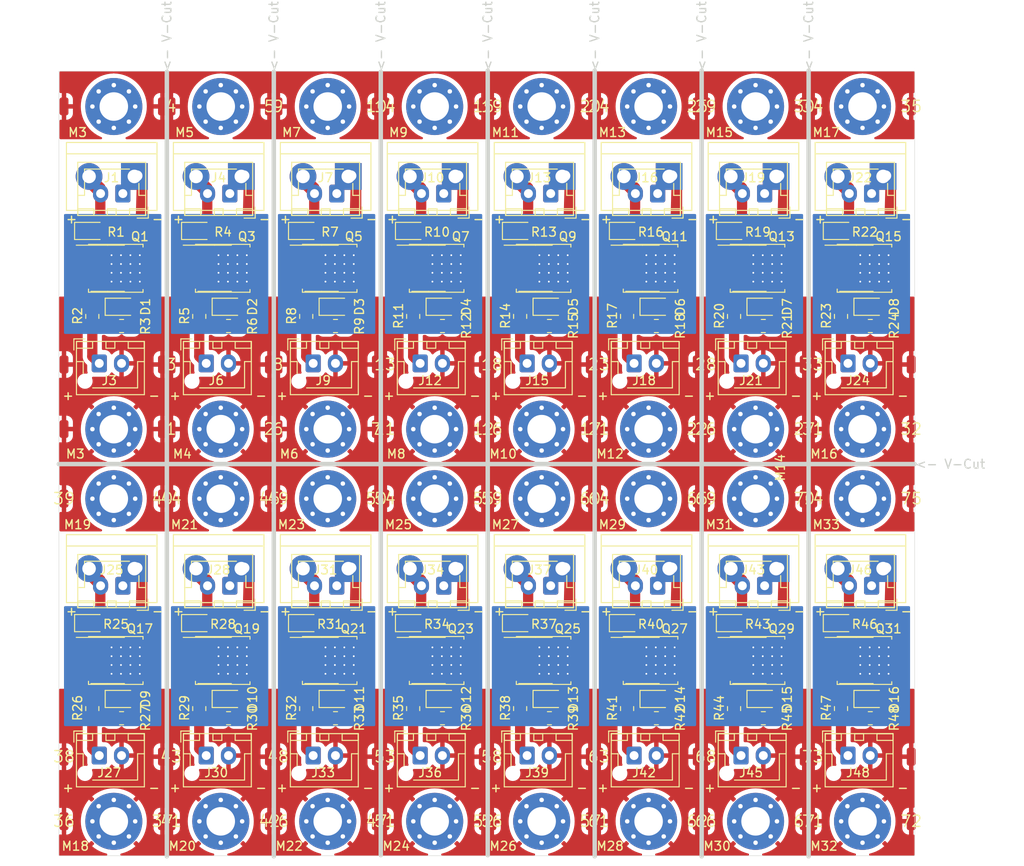
<source format=kicad_pcb>
(kicad_pcb (version 20221018) (generator pcbnew)
  (layers (0 "F.Cu" signal) (31 "B.Cu" signal) (34 "B.Paste" user) (35 "F.Paste" user) (36 "B.SilkS" user "B.Silkscreen") (37 "F.SilkS" user "F.Silkscreen") (38 "B.Mask" user) (39 "F.Mask" user) (44 "Edge.Cuts" user))
  (net 0 "")
  (net 1 "Net-(Q1-S-Pad1)")
  (net 2 "Net-(Q1-G)")
  (net 3 "Net-(J1-Pin_1)")
  (net 4 "GND")
  (net 5 "Net-(D1-A)")
  (net 6 "Net-(J1-Pin_2)")
  (net 7 "Net-(J3-Pin_1)")
  (footprint "Package_TO_SOT_SMD:TDSON-8-1" (layer "F.Cu") (at 78.39275 104.336)
    (fp_text reference "Q5")
    (fp_text value "CSD17578Q5A")
  )
  (footprint "Resistor_SMD:R_0805_2012Metric_Pad1.20x1.40mm_HandSolder" (layer "F.Cu") (at 87.76 153.7335 -90)
    (fp_text reference "R35")
    (fp_text value "R")
  )
  (footprint "Package_SO:SOP-8_3.76x4.96mm_P1.27mm" (layer "F.Cu") (at 113.48525 104.336)
    (fp_text reference "Q12" hide)
    (fp_text value "CSD17578Q5A")
  )
  (footprint "Connector_Wire:SolderWirePad_1x01_SMD_1x2mm" (layer "F.Cu") (at 131.634 159.131)
    (fp_text reference "REF**14" hide)
    (fp_text value "SolderWirePad_1x01_SMD_1x2mm")
  )
  (footprint "Package_TO_SOT_SMD:TDSON-8-1" (layer "F.Cu") (at 54.39275 104.336)
    (fp_text reference "Q1")
    (fp_text value "CSD17578Q5A")
  )
  (footprint "LED_SMD:LED_0805_2012Metric_Pad1.15x1.40mm_HandSolder" (layer "F.Cu") (at 127.0685 108.654)
    (fp_text reference "D7")
    (fp_text value "LED")
  )
  (footprint "Package_TO_SOT_SMD:TDSON-8-1" (layer "F.Cu") (at 114.39275 104.336)
    (fp_text reference "Q11")
    (fp_text value "CSD17578Q5A")
  )
  (footprint "Connector_Wire:SolderWirePad_1x01_SMD_1x2mm" (layer "F.Cu") (at 107.634 115.131)
    (fp_text reference "REF**4" hide)
    (fp_text value "SolderWirePad_1x01_SMD_1x2mm")
  )
  (footprint "Resistor_SMD:R_0805_2012Metric_Pad1.20x1.40mm_HandSolder" (layer "F.Cu") (at 139.046 154.813)
    (fp_text reference "R48")
    (fp_text value "R")
  )
  (footprint "MountingHole:MountingHole_3.2mm_M3_Pad_Via" (layer "F.Cu") (at 54.173 130.188)
    (fp_text reference "M19")
    (fp_text value "MountingHole_3.2mm_M3_Pad_Via")
  )
  (footprint "TerminalBlock:TerminalBlock_bornier-2_P5.08mm" (layer "F.Cu") (at 104.479 138.032 180)
    (fp_text reference "J37")
    (fp_text value "Terminal")
  )
  (footprint "MountingHole:MountingHole_3.2mm_M3_Pad_Via" (layer "F.Cu") (at 138.173 166.383)
    (fp_text reference "M32")
    (fp_text value "MountingHole_3.2mm_M3_Pad_Via")
  )
  (footprint "Package_TO_SOT_SMD:TDSON-8-1" (layer "F.Cu") (at 138.39275 104.336)
    (fp_text reference "Q15")
    (fp_text value "CSD17578Q5A")
  )
  (footprint "" (layer "F.Cu") (at 84.585 130.175)
    (fp_text reference "54")
    (fp_text value "")
  )
  (footprint "Connector_JST:JST_XH_B2B-XH-AM_1x02_P2.50mm_Vertical" (layer "F.Cu") (at 52.542 159.004)
    (fp_text reference "J27")
    (fp_text value "Conn_01x02_Socket")
  )
  (footprint "Connector_Wire:SolderWirePad_1x01_SMD_1x2mm" (layer "F.Cu") (at 83.634 115.131)
    (fp_text reference "REF**2" hide)
    (fp_text value "SolderWirePad_1x01_SMD_1x2mm")
  )
  (footprint "" (layer "F.Cu") (at 95.634 130.175)
    (fp_text reference "55")
    (fp_text value "")
  )
  (footprint "TerminalBlock:TerminalBlock_bornier-2_P5.08mm" (layer "F.Cu") (at 68.479 138.032 180)
    (fp_text reference "J28")
    (fp_text value "Terminal")
  )
  (footprint "Connector_JST:JST_XH_B2B-XH-AM_1x02_P2.50mm_Vertical" (layer "F.Cu") (at 88.542 159.004)
    (fp_text reference "J36")
    (fp_text value "Conn_01x02_Socket")
  )
  (footprint "" (layer "F.Cu") (at 120.585 130.175)
    (fp_text reference "69")
    (fp_text value "")
  )
  (footprint "Resistor_SMD:R_0805_2012Metric_Pad1.20x1.40mm_HandSolder" (layer "F.Cu") (at 99.76 109.7335 -90)
    (fp_text reference "R14")
    (fp_text value "R")
  )
  (footprint "MountingHole:MountingHole_3.2mm_M3_Pad_Via" (layer "F.Cu") (at 78.173 86.188)
    (fp_text reference "M7")
    (fp_text value "MountingHole_3.2mm_M3_Pad_Via")
  )
  (footprint "" (layer "F.Cu") (at 83.634 130.175)
    (fp_text reference "50")
    (fp_text value "")
  )
  (footprint "Package_TO_SOT_SMD:TDSON-8-1" (layer "F.Cu") (at 66.39275 148.336)
    (fp_text reference "Q19")
    (fp_text value "CSD17578Q5A")
  )
  (footprint "" (layer "F.Cu") (at 48.585 122.37)
    (fp_text reference "")
    (fp_text value "")
  )
  (footprint "Package_TO_SOT_SMD:TDSON-8-1" (layer "F.Cu") (at 90.39275 104.336)
    (fp_text reference "Q7")
    (fp_text value "CSD17578Q5A")
  )
  (footprint "Connector_Wire:SolderWirePad_1x01_SMD_1x2mm" (layer "F.Cu") (at 107.634 159.131)
    (fp_text reference "REF**12" hide)
    (fp_text value "SolderWirePad_1x01_SMD_1x2mm")
  )
  (footprint "Package_SO:SOP-8_3.76x4.96mm_P1.27mm" (layer "F.Cu") (at 125.48525 148.336)
    (fp_text reference "Q30" hide)
    (fp_text value "CSD17578Q5A")
  )
  (footprint "Package_TO_SOT_SMD:TDSON-8-1" (layer "F.Cu") (at 126.39275 104.336)
    (fp_text reference "Q13")
    (fp_text value "CSD17578Q5A")
  )
  (footprint "" (layer "F.Cu") (at 120.585 115.131)
    (fp_text reference "28")
    (fp_text value "")
  )
  (footprint "" (layer "F.Cu") (at 132.585 86.175)
    (fp_text reference "34")
    (fp_text value "")
  )
  (footprint "" (layer "F.Cu") (at 48.585 115.131)
    (fp_text reference "")
    (fp_text value "")
  )
  (footprint "" (layer "F.Cu") (at 96.585 166.37)
    (fp_text reference "56")
    (fp_text value "")
  )
  (footprint "Resistor_SMD:R_0805_2012Metric_Pad1.20x1.40mm_HandSolder" (layer "F.Cu") (at 99.76 153.7335 -90)
    (fp_text reference "R38")
    (fp_text value "R")
  )
  (footprint "Connector_JST:JST_XH_B2B-XH-AM_1x02_P2.50mm_Vertical" (layer "F.Cu") (at 124.542 159.004)
    (fp_text reference "J45")
    (fp_text value "Conn_01x02_Socket")
  )
  (footprint "MountingHole:MountingHole_3.2mm_M3_Pad_Via" (layer "F.Cu") (at 102.173 122.383)
    (fp_text reference "M10")
    (fp_text value "MountingHole_3.2mm_M3_Pad_Via")
  )
  (footprint "Connector_JST:JST_XH_B2B-XH-AM_1x02_P2.50mm_Vertical" (layer "F.Cu") (at 112.542 115.004)
    (fp_text reference "J18")
    (fp_text value "Conn_01x02_Socket")
  )
  (footprint "Connector_JST:JST_XH_B2B-XH-AM_1x02_P2.50mm_Vertical" (layer "F.Cu") (at 136.542 159.004)
    (fp_text reference "J48")
    (fp_text value "Conn_01x02_Socket")
  )
  (footprint "" (layer "F.Cu") (at 131.634 166.37)
    (fp_text reference "67")
    (fp_text value "")
  )
  (footprint "Package_SO:SOP-8_3.76x4.96mm_P1.27mm" (layer "F.Cu") (at 89.48525 104.336)
    (fp_text reference "Q8" hide)
    (fp_text value "CSD17578Q5A")
  )
  (footprint "Connector_JST:JST_XH_B2B-XH-AM_1x02_P2.50mm_Vertical" (layer "F.Cu") (at 127.189 139.954 180)
    (fp_text reference "J44" hide)
    (fp_text value "Conn_01x02_Socket")
  )
  (footprint "LED_SMD:LED_0805_2012Metric_Pad1.15x1.40mm_HandSolder" (layer "F.Cu") (at 87.633 144.145)
    (fp_text reference "R34")
    (fp_text value "R")
  )
  (footprint "" (layer "F.Cu") (at 48.585 130.175)
    (fp_text reference "39")
    (fp_text value "")
  )
  (footprint "LED_SMD:LED_0805_2012Metric_Pad1.15x1.40mm_HandSolder" (layer "F.Cu") (at 51.633 100.145)
    (fp_text reference "R1")
    (fp_text value "R")
  )
  (footprint "Resistor_SMD:R_0805_2012Metric_Pad1.20x1.40mm_HandSolder" (layer "F.Cu") (at 127.046 154.813)
    (fp_text reference "R45")
    (fp_text value "R")
  )
  (footprint "MountingHole:MountingHole_3.2mm_M3_Pad_Via" (layer "F.Cu") (at 138.173 122.383)
    (fp_text reference "M16")
    (fp_text value "MountingHole_3.2mm_M3_Pad_Via")
  )
  (footprint "LED_SMD:LED_0805_2012Metric_Pad1.15x1.40mm_HandSolder" (layer "F.Cu") (at 91.0685 108.654)
    (fp_text reference "D4")
    (fp_text value "LED")
  )
  (footprint "" (layer "F.Cu") (at 84.585 86.175)
    (fp_text reference "14")
    (fp_text value "")
  )
  (footprint "TerminalBlock:TerminalBlock_bornier-2_P5.08mm" (layer "F.Cu") (at 140.479 94.032 180)
    (fp_text reference "J22")
    (fp_text value "Terminal")
  )
  (footprint "" (layer "F.Cu") (at 83.634 86.175)
    (fp_text reference "10")
    (fp_text value "")
  )
  (footprint "Resistor_SMD:R_0805_2012Metric_Pad1.20x1.40mm_HandSolder" (layer "F.Cu") (at 103.046 110.813)
    (fp_text reference "R15")
    (fp_text value "R")
  )
  (footprint "MountingHole:MountingHole_3.2mm_M3_Pad_Via" (layer "F.Cu") (at 66.173 86.188)
    (fp_text reference "M5")
    (fp_text value "MountingHole_3.2mm_M3_Pad_Via")
  )
  (footprint "Resistor_SMD:R_0805_2012Metric_Pad1.20x1.40mm_HandSolder" (layer "F.Cu") (at 75.76 153.7335 -90)
    (fp_text reference "R32")
    (fp_text value "R")
  )
  (footprint "Resistor_SMD:R_0805_2012Metric_Pad1.20x1.40mm_HandSolder" (layer "F.Cu") (at 79.046 154.813)
    (fp_text reference "R33")
    (fp_text value "R")
  )
  (footprint "LED_SMD:LED_0805_2012Metric_Pad1.15x1.40mm_HandSolder" (layer "F.Cu") (at 123.633 144.145)
    (fp_text reference "R43")
    (fp_text value "R")
  )
  (footprint "Resistor_SMD:R_0805_2012Metric_Pad1.20x1.40mm_HandSolder" (layer "F.Cu") (at 51.76 109.7335 -90)
    (fp_text reference "R2")
    (fp_text value "R")
  )
  (footprint "MountingHole:MountingHole_3.2mm_M3_Pad_Via" (layer "F.Cu") (at 114.173 86.188)
    (fp_text reference "M13")
    (fp_text value "MountingHole_3.2mm_M3_Pad_Via")
  )
  (footprint "Package_SO:SOP-8_3.76x4.96mm_P1.27mm" (layer "F.Cu") (at 65.48525 148.336)
    (fp_text reference "Q20" hide)
    (fp_text value "CSD17578Q5A")
  )
  (footprint "Connector_Wire:SolderWirePad_1x01_SMD_1x2mm" (layer "F.Cu") (at 131.634 115.131)
    (fp_text reference "REF**6" hide)
    (fp_text value "SolderWirePad_1x01_SMD_1x2mm")
  )
  (footprint "LED_SMD:LED_0805_2012Metric_Pad1.15x1.40mm_HandSolder" (layer "F.Cu") (at 67.0685 108.654)
    (fp_text reference "D2")
    (fp_text value "LED")
  )
  (footprint "MountingHole:MountingHole_3.2mm_M3_Pad_Via" (layer "F.Cu") (at 78.173 122.383)
    (fp_text reference "M6")
    (fp_text value "MountingHole_3.2mm_M3_Pad_Via")
  )
  (footprint "MountingHole:MountingHole_3.2mm_M3_Pad_Via" (layer "F.Cu") (at 78.173 166.383)
    (fp_text reference "M22")
    (fp_text value "MountingHole_3.2mm_M3_Pad_Via")
  )
  (footprint "" (layer "F.Cu") (at 83.634 122.37)
    (fp_text reference "7")
    (fp_text value "")
  )
  (footprint "TerminalBlock:TerminalBlock_bornier-2_P5.08mm" (layer "F.Cu") (at 92.479 94.032 180)
    (fp_text reference "J10")
    (fp_text value "Terminal")
  )
  (footprint "" (layer "F.Cu") (at 143.634 166.37)
    (fp_text reference "72")
    (fp_text value "")
  )
  (footprint "MountingHole:MountingHole_3.2mm_M3_Pad_Via" (layer "F.Cu") (at 54.173 122.383)
    (fp_text reference "M3")
    (fp_text value "MountingHole_3.2mm_M3_Pad_Via")
  )
  (footprint "Connector_Wire:SolderWirePad_1x01_SMD_1x2mm" (layer "F.Cu") (at 143.634 159.131)
    (fp_text reference "REF**15" hide)
    (fp_text value "SolderWirePad_1x01_SMD_1x2mm")
  )
  (footprint "" (layer "F.Cu") (at 84.585 115.131)
    (fp_text reference "13")
    (fp_text value "")
  )
  (footprint "" (layer "F.Cu") (at 71.634 166.37)
    (fp_text reference "42")
    (fp_text value "")
  )
  (footprint "Connector_JST:JST_XH_B2B-XH-AM_1x02_P2.50mm_Vertical" (layer "F.Cu") (at 124.542 115.004)
    (fp_text reference "J21")
    (fp_text value "Conn_01x02_Socket")
  )
  (footprint "Connector_JST:JST_XH_B2B-XH-AM_1x02_P2.50mm_Vertical" (layer "F.Cu") (at 103.189 95.954 180)
    (fp_text reference "J14" hide)
    (fp_text value "Conn_01x02_Socket")
  )
  (footprint "" (layer "F.Cu") (at 59.634 122.37)
    (fp_text reference "")
    (fp_text value "")
  )
  (footprint "Resistor_SMD:R_0805_2012Metric_Pad1.20x1.40mm_HandSolder" (layer "F.Cu") (at 91.046 154.813)
    (fp_text reference "R36")
    (fp_text value "R")
  )
  (footprint "TerminalBlock:TerminalBlock_bornier-2_P5.08mm" (layer "F.Cu") (at 104.479 94.032 180)
    (fp_text reference "J13")
    (fp_text value "Terminal")
  )
  (footprint "TerminalBlock:TerminalBlock_bornier-2_P5.08mm" (layer "F.Cu") (at 80.479 94.032 180)
    (fp_text reference "J7")
    (fp_text value "Terminal")
  )
  (footprint "" (layer "F.Cu") (at 108.585 86.175)
    (fp_text reference "24")
    (fp_text value "")
  )
  (footprint "Connector_Wire:SolderWirePad_1x01_SMD_1x2mm" (layer "F.Cu") (at 95.634 159.131)
    (fp_text reference "REF**11" hide)
    (fp_text value "SolderWirePad_1x01_SMD_1x2mm")
  )
  (footprint "Connector_JST:JST_XH_B2B-XH-AM_1x02_P2.50mm_Vertical" (layer "F.Cu") (at 103.189 139.954 180)
    (fp_text reference "J38" hide)
    (fp_text value "Conn_01x02_Socket")
  )
  (footprint "MountingHole:MountingHole_3.2mm_M3_Pad_Via" (layer "F.Cu") (at 114.173 166.383)
    (fp_text reference "M28")
    (fp_text value "MountingHole_3.2mm_M3_Pad_Via")
  )
  (footprint "LED_SMD:LED_0805_2012Metric_Pad1.15x1.40mm_HandSolder" (layer "F.Cu") (at 67.0685 152.654)
    (fp_text reference "D10")
    (fp_text value "LED")
  )
  (footprint "" (layer "F.Cu") (at 60.585 159.131)
    (fp_text reference "43")
    (fp_text value "")
  )
  (footprint "" (layer "F.Cu") (at 119.634 122.37)
    (fp_text reference "22")
    (fp_text value "")
  )
  (footprint "" (layer "F.Cu") (at 59.634 130.175)
    (fp_text reference "40")
    (fp_text value "")
  )
  (footprint "MountingHole:MountingHole_3.2mm_M3_Pad_Via" (layer "F.Cu") (at 54.173 166.383)
    (fp_text reference "M18")
    (fp_text value "MountingHole_3.2mm_M3_Pad_Via")
  )
  (footprint "" (layer "F.Cu") (at 72.585 122.37)
    (fp_text reference "6")
    (fp_text value "")
  )
  (footprint "LED_SMD:LED_0805_2012Metric_Pad1.15x1.40mm_HandSolder" (layer "F.Cu") (at 139.0685 108.654)
    (fp_text reference "D8")
    (fp_text value "LED")
  )
  (footprint "Resistor_SMD:R_0805_2012Metric_Pad1.20x1.40mm_HandSolder" (layer "F.Cu") (at 139.046 110.813)
    (fp_text reference "R24")
    (fp_text value "R")
  )
  (footprint "Resistor_SMD:R_0805_2012Metric_Pad1.20x1.40mm_HandSolder" (layer "F.Cu") (at 55.046 154.813)
    (fp_text reference "R27")
    (fp_text value "R")
  )
  (footprint "TerminalBlock:TerminalBlock_bornier-2_P5.08mm" (layer "F.Cu") (at 128.479 94.032 180)
    (fp_text reference "J19")
    (fp_text value "Terminal")
  )
  (footprint "" (layer "F.Cu") (at 48.585 86.175)
    (fp_text reference "")
    (fp_text value "")
  )
  (footprint "Resistor_SMD:R_0805_2012Metric_Pad1.20x1.40mm_HandSolder" (layer "F.Cu") (at 67.046 154.813)
    (fp_text reference "R30")
    (fp_text value "R")
  )
  (footprint "LED_SMD:LED_0805_2012Metric_Pad1.15x1.40mm_HandSolder" (layer "F.Cu") (at 135.633 144.145)
    (fp_text reference "R46")
    (fp_text value "R")
  )
  (footprint "Connector_JST:JST_XH_B2B-XH-AM_1x02_P2.50mm_Vertical" (layer "F.Cu") (at 91.189 95.954 180)
    (fp_text reference "J11" hide)
    (fp_text value "Conn_01x02_Socket")
  )
  (footprint "Package_TO_SOT_SMD:TDSON-8-1" (layer "F.Cu") (at 90.39275 148.336)
    (fp_text reference "Q23")
    (fp_text value "CSD17578Q5A")
  )
  (footprint "MountingHole:MountingHole_3.2mm_M3_Pad_Via" (layer "F.Cu") (at 78.173 130.188)
    (fp_text reference "M23")
    (fp_text value "MountingHole_3.2mm_M3_Pad_Via")
  )
  (footprint "MountingHole:MountingHole_3.2mm_M3_Pad_Via" (layer "F.Cu") (at 102.173 166.383)
    (fp_text reference "M26")
    (fp_text value "MountingHole_3.2mm_M3_Pad_Via")
  )
  (footprint "MountingHole:MountingHole_3.2mm_M3_Pad_Via" (layer "F.Cu") (at 90.173 86.188)
    (fp_text reference "M9")
    (fp_text value "MountingHole_3.2mm_M3_Pad_Via")
  )
  (footprint "LED_SMD:LED_0805_2012Metric_Pad1.15x1.40mm_HandSolder" (layer "F.Cu") (at 103.0685 108.654)
    (fp_text reference "D5")
    (fp_text value "LED")
  )
  (footprint "" (layer "F.Cu") (at 83.634 166.37)
    (fp_text reference "47")
    (fp_text value "")
  )
  (footprint "Package_SO:SOP-8_3.76x4.96mm_P1.27mm" (layer "F.Cu") (at 77.48525 148.336)
    (fp_text reference "Q22" hide)
    (fp_text value "CSD17578Q5A")
  )
  (footprint "Package_TO_SOT_SMD:TDSON-8-1" (layer "F.Cu") (at 114.39275 148.336)
    (fp_text reference "Q27")
    (fp_text value "CSD17578Q5A")
  )
  (footprint "Package_SO:SOP-8_3.76x4.96mm_P1.27mm" (layer "F.Cu") (at 89.48525 148.336)
    (fp_text reference "Q24" hide)
    (fp_text value "CSD17578Q5A")
  )
  (footprint "TerminalBlock:TerminalBlock_bornier-2_P5.08mm" (layer "F.Cu") (at 92.479 138.032 180)
    (fp_text reference "J34")
    (fp_text value "Terminal")
  )
  (footprint "LED_SMD:LED_0805_2012Metric_Pad1.15x1.40mm_HandSolder" (layer "F.Cu") (at 79.0685 152.654)
    (fp_text reference "D11")
    (fp_text value "LED")
  )
  (footprint "" (layer "F.Cu") (at 71.634 86.175)
    (fp_text reference "5")
    (fp_text value "")
  )
  (footprint "MountingHole:MountingHole_3.2mm_M3_Pad_Via" (layer "F.Cu") (at 126.173 122.383 90)
    (fp_text reference "M14")
    (fp_text value "MountingHole_3.2mm_M3_Pad_Via")
  )
  (footprint "LED_SMD:LED_0805_2012Metric_Pad1.15x1.40mm_HandSolder" (layer "F.Cu") (at 63.633 144.145)
    (fp_text reference "R28")
    (fp_text value "R")
  )
  (footprint "Connector_Wire:SolderWirePad_1x01_SMD_1x2mm" (layer "F.Cu") (at 83.634 159.131)
    (fp_text reference "REF**10" hide)
    (fp_text value "SolderWirePad_1x01_SMD_1x2mm")
  )
  (footprint "" (layer "F.Cu") (at 107.634 130.175)
    (fp_text reference "60")
    (fp_text value "")
  )
  (footprint "Package_TO_SOT_SMD:TDSON-8-1" (layer "F.Cu") (at 126.39275 148.336)
    (fp_text reference "Q29")
    (fp_text value "CSD17578Q5A")
  )
  (footprint "MountingHole:MountingHole_3.2mm_M3_Pad_Via" (layer "F.Cu") (at 126.173 86.188)
    (fp_text reference "M15")
    (fp_text value "MountingHole_3.2mm_M3_Pad_Via")
  )
  (footprint "Connector_JST:JST_XH_B2B-XH-AM_1x02_P2.50mm_Vertical" (layer "F.Cu") (at 100.542 115.004)
    (fp_text reference "J15")
    (fp_text value "Conn_01x02_Socket")
  )
  (footprint "Resistor_SMD:R_0805_2012Metric_Pad1.20x1.40mm_HandSolder" (layer "F.Cu") (at 67.046 110.813)
    (fp_text reference "R6")
    (fp_text value "R")
  )
  (footprint "LED_SMD:LED_0805_2012Metric_Pad1.15x1.40mm_HandSolder" (layer "F.Cu") (at 99.633 144.145)
    (fp_text reference "R37")
    (fp_text value "R")
  )
  (footprint "LED_SMD:LED_0805_2012Metric_Pad1.15x1.40mm_HandSolder" (layer "F.Cu") (at 91.0685 152.654)
    (fp_text reference "D12")
    (fp_text value "LED")
  )
  (footprint "Resistor_SMD:R_0805_2012Metric_Pad1.20x1.40mm_HandSolder" (layer "F.Cu") (at 51.76 153.7335 -90)
    (fp_text reference "R26")
    (fp_text value "R")
  )
  (footprint "" (layer "F.Cu") (at 72.585 86.175)
    (fp_text reference "9")
    (fp_text value "")
  )
  (footprint "Connector_JST:JST_XH_B2B-XH-AM_1x02_P2.50mm_Vertical" (layer "F.Cu") (at 55.189 139.954 180)
    (fp_text reference "J26" hide)
    (fp_text value "Conn_01x02_Socket")
  )
  (footprint "Connector_Wire:SolderWirePad_1x01_SMD_1x2mm" (layer "F.Cu") (at 119.634 115.131)
    (fp_text reference "REF**5" hide)
    (fp_text value "SolderWirePad_1x01_SMD_1x2mm")
  )
  (footprint "Resistor_SMD:R_0805_2012Metric_Pad1.20x1.40mm_HandSolder" (layer "F.Cu") (at 115.046 110.813)
    (fp_text reference "R18")
    (fp_text value "R")
  )
  (footprint "Resistor_SMD:R_0805_2012Metric_Pad1.20x1.40mm_HandSolder" (layer "F.Cu") (at 111.76 109.7335 -90)
    (fp_text reference "R17")
    (fp_text value "R")
  )
  (footprint "Resistor_SMD:R_0805_2012Metric_Pad1.20x1.40mm_HandSolder" (layer "F.Cu") (at 63.76 109.7335 -90)
    (fp_text reference "R5")
    (fp_text value "R")
  )
  (footprint "LED_SMD:LED_0805_2012Metric_Pad1.15x1.40mm_HandSolder" (layer "F.Cu") (at 115.0685 152.654)
    (fp_text reference "D14")
    (fp_text value "LED")
  )
  (footprint "" (layer "F.Cu") (at 48.585 166.37)
    (fp_text reference "36")
    (fp_text value "")
  )
  (footprint "LED_SMD:LED_0805_2012Metric_Pad1.15x1.40mm_HandSolder" (layer "F.Cu") (at 139.0685 152.654)
    (fp_text reference "D16")
    (fp_text value "LED")
  )
  (footprint "Connector_JST:JST_XH_B2B-XH-AM_1x02_P2.50mm_Vertical" (layer "F.Cu") (at 91.189 139.954 180)
    (fp_text reference "J35" hide)
    (fp_text value "Conn_01x02_Socket")
  )
  (footprint "MountingHole:MountingHole_3.2mm_M3_Pad_Via" (layer "F.Cu") (at 66.173 130.188)
    (fp_text reference "M21")
    (fp_text value "MountingHole_3.2mm_M3_Pad_Via")
  )
  (footprint "" (layer "F.Cu") (at 131.634 130.175)
    (fp_text reference "70")
    (fp_text value "")
  )
  (footprint "" (layer "F.Cu") (at 143.634 122.37)
    (fp_text reference "32")
    (fp_text value "")
  )
  (footprint "Connector_JST:JST_XH_B2B-XH-AM_1x02_P2.50mm_Vertical" (layer "F.Cu") (at 115.189 95.954 180)
    (fp_text reference "J17" hide)
    (fp_text value "Conn_01x02_Socket")
  )
  (footprint "" (layer "F.Cu") (at 71.634 130.175)
    (fp_text reference "45")
    (fp_text value "")
  )
  (footprint "Resistor_SMD:R_0805_2012Metric_Pad1.20x1.40mm_HandSolder" (layer "F.Cu") (at 127.046 110.813)
    (fp_text reference "R21")
    (fp_text value "R")
  )
  (footprint "" (layer "F.Cu") (at 108.585 115.131)
    (fp_text reference "23")
    (fp_text value "")
  )
  (footprint "LED_SMD:LED_0805_2012Metric_Pad1.15x1.40mm_HandSolder" (layer "F.Cu") (at 51.633 144.145)
    (fp_text reference "R25")
    (fp_text value "R")
  )
  (footprint "" (layer "F.Cu") (at 131.634 122.37)
    (fp_text reference "27")
    (fp_text value "")
  )
  (footprint "Connector_Wire:SolderWirePad_1x01_SMD_1x2mm" (layer "F.Cu") (at 143.634 115.131)
    (fp_text reference "REF**7" hide)
    (fp_text value "SolderWirePad_1x01_SMD_1x2mm")
  )
  (footprint "Package_SO:SOP-8_3.76x4.96mm_P1.27mm" (layer "F.Cu") (at 53.48525 148.336)
    (fp_text reference "Q18" hide)
    (fp_text value "CSD17578Q5A")
  )
  (footprint "" (layer "F.Cu") (at 108.585 166.37)
    (fp_text reference "61")
    (fp_text value "")
  )
  (footprint "" (layer "F.Cu") (at 72.585 130.175)
    (fp_text reference "49")
    (fp_text value "")
  )
  (footprint "LED_SMD:LED_0805_2012Metric_Pad1.15x1.40mm_HandSolder" (layer "F.Cu") (at 135.633 100.145)
    (fp_text reference "R22")
    (fp_text value "R")
  )
  (footprint "Connector_JST:JST_XH_B2B-XH-AM_1x02_P2.50mm_Vertical" (layer "F.Cu") (at 76.542 115.004)
    (fp_text reference "J9")
    (fp_text value "Conn_01x02_Socket")
  )
  (footprint "Resistor_SMD:R_0805_2012Metric_Pad1.20x1.40mm_HandSolder" (layer "F.Cu") (at 75.76 109.7335 -90)
    (fp_text reference "R8")
    (fp_text value "R")
  )
  (footprint "Connector_JST:JST_XH_B2B-XH-AM_1x02_P2.50mm_Vertical" (layer "F.Cu") (at 100.542 159.004)
    (fp_text reference "J39")
    (fp_text value "Conn_01x02_Socket")
  )
  (footprint "Resistor_SMD:R_0805_2012Metric_Pad1.20x1.40mm_HandSolder" (layer "F.Cu") (at 87.76 109.7335 -90)
    (fp_text reference "R11")
    (fp_text value "R")
  )
  (footprint "Resistor_SMD:R_0805_2012Metric_Pad1.20x1.40mm_HandSolder" (layer "F.Cu") (at 63.76 153.7335 -90)
    (fp_text reference "R29")
    (fp_text value "R")
  )
  (footprint "Package_TO_SOT_SMD:TDSON-8-1" (layer "F.Cu") (at 138.39275 148.336)
    (fp_text reference "Q31")
    (fp_text value "CSD17578Q5A")
  )
  (footprint "Package_SO:SOP-8_3.76x4.96mm_P1.27mm" (layer "F.Cu") (at 125.48525 104.336)
    (fp_text reference "Q14" hide)
    (fp_text value "CSD17578Q5A")
  )
  (footprint "" (layer "F.Cu") (at 60.585 130.175)
    (fp_text reference "44")
    (fp_text value "")
  )
  (footprint "Resistor_SMD:R_0805_2012Metric_Pad1.20x1.40mm_HandSolder" (layer "F.Cu") (at 111.76 153.7335 -90)
    (fp_text reference "R41")
    (fp_text value "R")
  )
  (footprint "TerminalBlock:TerminalBlock_bornier-2_P5.08mm" (layer "F.Cu") (at 128.479 138.032 180)
    (fp_text reference "J43")
    (fp_text value "Terminal")
  )
  (footprint "LED_SMD:LED_0805_2012Metric_Pad1.15x1.40mm_HandSolder" (layer "F.Cu") (at 127.0685 152.654)
    (fp_text reference "D15")
    (fp_text value "LED")
  )
  (footprint "" (layer "F.Cu") (at 96.585 115.131)
    (fp_text reference "18")
    (fp_text value "")
  )
  (footprint "" (layer "F.Cu") (at 132.585 166.37)
    (fp_text reference "71")
    (fp_text value "")
  )
  (footprint "Connector_JST:JST_XH_B2B-XH-AM_1x02_P2.50mm_Vertical" (layer "F.Cu") (at 112.542 159.004)
    (fp_text reference "J42")
    (fp_text value "Conn_01x02_Socket")
  )
  (footprint "Resistor_SMD:R_0805_2012Metric_Pad1.20x1.40mm_HandSolder" (layer "F.Cu") (at 123.76 153.7335 -90)
    (fp_text reference "R44")
    (fp_text value "R")
  )
  (footprint "" (layer "F.Cu") (at 143.634 86.175)
    (fp_text reference "35")
    (fp_text value "")
  )
  (footprint "LED_SMD:LED_0805_2012Metric_Pad1.15x1.40mm_HandSolder" (layer "F.Cu") (at 75.633 144.145)
    (fp_text reference "R31")
    (fp_text value "R")
  )
  (footprint "LED_SMD:LED_0805_2012Metric_Pad1.15x1.40mm_HandSolder" (layer "F.Cu") (at 55.0685 152.654)
    (fp_text reference "D9")
    (fp_text value "LED")
  )
  (footprint "Connector_JST:JST_XH_B2B-XH-AM_1x02_P2.50mm_Vertical" (layer "F.Cu") (at 79.189 139.954 180)
    (fp_text reference "J32" hide)
    (fp_text value "Conn_01x02_Socket")
  )
  (footprint "MountingHole:MountingHole_3.2mm_M3_Pad_Via" (layer "F.Cu") (at 138.173 130.188)
    (fp_text reference "M33")
    (fp_text value "MountingHole_3.2mm_M3_Pad_Via")
  )
  (footprint "" (layer "F.Cu") (at 96.585 159.131)
    (fp_text reference "58")
    (fp_text value "")
  )
  (footprint "Connector_JST:JST_XH_B2B-XH-AM_1x02_P2.50mm_Vertical" (layer "F.Cu") (at 52.542 115.004)
    (fp_text reference "J3")
    (fp_text value "Conn_01x02_Socket")
  )
  (footprint "Connector_JST:JST_XH_B2B-XH-AM_1x02_P2.50mm_Vertical" (layer "F.Cu") (at 67.189 95.954 180)
    (fp_text reference "J5" hide)
    (fp_text value "Conn_01x02_Socket")
  )
  (footprint "Connector_JST:JST_XH_B2B-XH-AM_1x02_P2.50mm_Vertical" (layer "F.Cu") (at 67.189 139.954 180)
    (fp_text reference "J29" hide)
    (fp_text value "Conn_01x02_Socket")
  )
  (footprint "" (layer "F.Cu") (at 132.585 115.131)
    (fp_text reference "33")
    (fp_text value "")
  )
  (footprint "LED_SMD:LED_0805_2012Metric_Pad1.15x1.40mm_HandSolder" (layer "F.Cu") (at 115.0685 108.654)
    (fp_text reference "D6")
    (fp_text value "LED")
  )
  (footprint "MountingHole:MountingHole_3.2mm_M3_Pad_Via" (layer "F.Cu") (at 66.173 122.383)
    (fp_text reference "M4")
    (fp_text value "MountingHole_3.2mm_M3_Pad_Via")
  )
  (footprint "TerminalBlock:TerminalBlock_bornier-2_P5.08mm" (layer "F.Cu") (at 68.479 94.032 180)
    (fp_text reference "J4")
    (fp_text value "Terminal")
  )
  (footprint "" (layer "F.Cu") (at 84.585 159.131)
    (fp_text reference "53")
    (fp_text value "")
  )
  (footprint "" (layer "F.Cu") (at 119.634 86.175)
    (fp_text reference "25")
    (fp_text value "")
  )
  (footprint "TerminalBlock:TerminalBlock_bornier-2_P5.08mm" (layer "F.Cu") (at 116.479 138.032 180)
    (fp_text reference "J40")
    (fp_text value "Terminal")
  )
  (footprint "Resistor_SMD:R_0805_2012Metric_Pad1.20x1.40mm_HandSolder" (layer "F.Cu") (at 91.046 110.813)
    (fp_text reference "R12")
    (fp_text value "R")
  )
  (footprint "MountingHole:MountingHole_3.2mm_M3_Pad_Via" (layer "F.Cu") (at 114.173 130.188)
    (fp_text reference "M29")
    (fp_text value "MountingHole_3.2mm_M3_Pad_Via")
  )
  (footprint "LED_SMD:LED_0805_2012Metric_Pad1.15x1.40mm_HandSolder" (layer "F.Cu") (at 63.633 100.145)
    (fp_text reference "R4")
    (fp_text value "R")
  )
  (footprint "Connector_Wire:SolderWirePad_1x01_SMD_1x2mm" (layer "F.Cu") (at 59.634 115.131)
    (fp_text reference "REF**" hide)
    (fp_text value "SolderWirePad_1x01_SMD_1x2mm")
  )
  (footprint "Resistor_SMD:R_0805_2012Metric_Pad1.20x1.40mm_HandSolder" (layer "F.Cu") (at 79.046 110.813)
    (fp_text reference "R9")
    (fp_text value "R")
  )
  (footprint "LED_SMD:LED_0805_2012Metric_Pad1.15x1.40mm_HandSolder" (layer "F.Cu") (at 111.633 144.145)
    (fp_text reference "R40")
    (fp_text value "R")
  )
  (footprint "Package_SO:SOP-8_3.76x4.96mm_P1.27mm" (layer "F.Cu") (at 101.48525 104.336)
    (fp_text reference "Q10" hide)
    (fp_text value "CSD17578Q5A")
  )
  (footprint "LED_SMD:LED_0805_2012Metric_Pad1.15x1.40mm_HandSolder" (layer "F.Cu") (at 87.633 100.145)
    (fp_text reference "R10")
    (fp_text value "R")
  )
  (footprint "" (layer "F.Cu") (at 119.634 130.175)
    (fp_text reference "65")
    (fp_text value "")
  )
  (footprint "" (layer "F.Cu") (at 72.585 115.131)
    (fp_text reference "8")
    (fp_text value "")
  )
  (footprint "" (layer "F.Cu") (at 60.585 86.175)
    (fp_text reference "4")
    (fp_text value "")
  )
  (footprint "" (layer "F.Cu") (at 84.585 166.37)
    (fp_text reference "51")
    (fp_text value "")
  )
  (footprint "" (layer "F.Cu") (at 96.585 130.175)
    (fp_text reference "59")
    (fp_text value "")
  )
  (footprint "" (layer "F.Cu") (at 120.585 122.37)
    (fp_text reference "26")
    (fp_text value "")
  )
  (footprint "Connector_JST:JST_XH_B2B-XH-AM_1x02_P2.50mm_Vertical" (layer "F.Cu") (at 136.542 115.004)
    (fp_text reference "J24")
    (fp_text value "Conn_01x02_Socket")
  )
  (footprint "Connector_JST:JST_XH_B2B-XH-AM_1x02_P2.50mm_Vertical" (layer "F.Cu") (at 64.542 159.004)
    (fp_text reference "J30")
    (fp_text value "Conn_01x02_Socket")
  )
  (footprint "Package_TO_SOT_SMD:TDSON-8-1" (layer "F.Cu") (at 78.39275 148.336)
    (fp_text reference "Q21")
    (fp_text value "CSD17578Q5A")
  )
  (footprint "" (layer "F.Cu") (at 95.634 166.37)
    (fp_text reference "52")
    (fp_text value "")
  )
  (footprint "Package_TO_SOT_SMD:TDSON-8-1" (layer "F.Cu") (at 102.39275 148.336)
    (fp_text reference "Q25")
    (fp_text value "CSD17578Q5A")
  )
  (footprint "MountingHole:MountingHole_3.2mm_M3_Pad_Via" (layer "F.Cu") (at 90.173 122.383)
    (fp_text reference "M8")
    (fp_text value "MountingHole_3.2mm_M3_Pad_Via")
  )
  (footprint "" (layer "F.Cu") (at 107.634 86.175)
    (fp_text reference "20")
    (fp_text value "")
  )
  (footprint "" (layer "F.Cu") (at 119.634 166.37)
    (fp_text reference "62")
    (fp_text value "")
  )
  (footprint "MountingHole:MountingHole_3.2mm_M3_Pad_Via" (layer "F.Cu") (at 90.173 166.383)
    (fp_text reference "M24")
    (fp_text value "MountingHole_3.2mm_M3_Pad_Via")
  )
  (footprint "MountingHole:MountingHole_3.2mm_M3_Pad_Via" (layer "F.Cu") (at 102.173 86.188)
    (fp_text reference "M11")
    (fp_text value "MountingHole_3.2mm_M3_Pad_Via")
  )
  (footprint "" (layer "F.Cu") (at 95.634 122.37)
    (fp_text reference "12")
    (fp_text value "")
  )
  (footprint "Connector_Wire:SolderWirePad_1x01_SMD_1x2mm" (layer "F.Cu") (at 59.634 159.131)
    (fp_text reference "REF**8" hide)
    (fp_text value "SolderWirePad_1x01_SMD_1x2mm")
  )
  (footprint "" (layer "F.Cu") (at 107.634 166.37)
    (fp_text reference "57")
    (fp_text value "")
  )
  (footprint "Resistor_SMD:R_0805_2012Metric_Pad1.20x1.40mm_HandSolder" (layer "F.Cu") (at 103.046 154.813)
    (fp_text reference "R39")
    (fp_text value "R")
  )
  (footprint "MountingHole:MountingHole_3.2mm_M3_Pad_Via" (layer "F.Cu") (at 90.173 130.188)
    (fp_text reference "M25")
    (fp_text value "MountingHole_3.2mm_M3_Pad_Via")
  )
  (footprint "LED_SMD:LED_0805_2012Metric_Pad1.15x1.40mm_HandSolder" (layer "F.Cu") (at 75.633 100.145)
    (fp_text reference "R7")
    (fp_text value "R")
  )
  (footprint "TerminalBlock:TerminalBlock_bornier-2_P5.08mm" (layer "F.Cu") (at 140.479 138.032 180)
    (fp_text reference "J46")
    (fp_text value "Terminal")
  )
  (footprint "Connector_Wire:SolderWirePad_1x01_SMD_1x2mm" (layer "F.Cu") (at 119.634 159.131)
    (fp_text reference "REF**13" hide)
    (fp_text value "SolderWirePad_1x01_SMD_1x2mm")
  )
  (footprint "Connector_JST:JST_XH_B2B-XH-AM_1x02_P2.50mm_Vertical" (layer "F.Cu") (at 115.189 139.954 180)
    (fp_text reference "J41" hide)
    (fp_text value "Conn_01x02_Socket")
  )
  (footprint "Resistor_SMD:R_0805_2012Metric_Pad1.20x1.40mm_HandSolder" (layer "F.Cu") (at 135.76 153.7335 -90)
    (fp_text reference "R47")
    (fp_text value "R")
  )
  (footprint "MountingHole:MountingHole_3.2mm_M3_Pad_Via" (layer "F.Cu") (at 54.173 86.188)
    (fp_text reference "M3")
    (fp_text value "MountingHole_3.2mm_M3_Pad_Via")
  )
  (footprint "LED_SMD:LED_0805_2012Metric_Pad1.15x1.40mm_HandSolder" (layer "F.Cu") (at 123.633 100.145)
    (fp_text reference "R19")
    (fp_text value "R")
  )
  (footprint "Package_TO_SOT_SMD:TDSON-8-1" (layer "F.Cu") (at 102.39275 104.336)
    (fp_text reference "Q9")
    (fp_text value "CSD17578Q5A")
  )
  (footprint "" (layer "F.Cu") (at 132.585 130.175)
    (fp_text reference "74")
    (fp_text value "")
  )
  (footprint "" (layer "F.Cu") (at 72.585 159.131)
    (fp_text reference "48")
    (fp_text value "")
  )
  (footprint "" (layer "F.Cu") (at 60.585 115.131)
    (fp_text reference "3")
    (fp_text value "")
  )
  (footprint "" (layer "F.Cu") (at 71.634 122.37)
    (fp_text reference "2")
    (fp_text value "")
  )
  (footprint "" (layer "F.Cu") (at 132.585 159.131)
    (fp_text reference "73")
    (fp_text value "")
  )
  (footprint "" (layer "F.Cu") (at 48.585 159.131)
    (fp_text reference "38")
    (fp_text value "")
  )
  (footprint "Connector_Wire:SolderWirePad_1x01_SMD_1x2mm" (layer "F.Cu") (at 95.634 115.131)
    (fp_text reference "REF**3" hide)
    (fp_text value "SolderWirePad_1x01_SMD_1x2mm")
  )
  (footprint "" (layer "F.Cu") (at 96.585 86.175)
    (fp_text reference "19")
    (fp_text value "")
  )
  (footprint "MountingHole:MountingHole_3.2mm_M3_Pad_Via" (layer "F.Cu") (at 126.173 166.383)
    (fp_text reference "M30")
    (fp_text value "MountingHole_3.2mm_M3_Pad_Via")
  )
  (footprint "LED_SMD:LED_0805_2012Metric_Pad1.15x1.40mm_HandSolder" (layer "F.Cu") (at 99.633 100.145)
    (fp_text reference "R13")
    (fp_text value "R")
  )
  (footprint "Connector_JST:JST_XH_B2B-XH-AM_1x02_P2.50mm_Vertical" (layer "F.Cu") (at 79.189 95.954 180)
    (fp_text reference "J8" hide)
    (fp_text value "Conn_01x02_Socket")
  )
  (footprint "Package_SO:SOP-8_3.76x4.96mm_P1.27mm" (layer "F.Cu") (at 65.48525 104.336)
    (fp_text reference "Q4" hide)
    (fp_text value "CSD17578Q5A")
  )
  (footprint "LED_SMD:LED_0805_2012Metric_Pad1.15x1.40mm_HandSolder" (layer "F.Cu") (at 111.633 100.145)
    (fp_text reference "R16")
    (fp_text value "R")
  )
  (footprint "MountingHole:MountingHole_3.2mm_M3_Pad_Via" (layer "F.Cu") (at 102.173 130.188)
    (fp_text reference "M27")
    (fp_text value "MountingHole_3.2mm_M3_Pad_Via")
  )
  (footprint "Resistor_SMD:R_0805_2012Metric_Pad1.20x1.40mm_HandSolder" (layer "F.Cu") (at 115.046 154.813)
    (fp_text reference "R42")
    (fp_text value "R")
  )
  (footprint "MountingHole:MountingHole_3.2mm_M3_Pad_Via" (layer "F.Cu") (at 126.173 130.188)
    (fp_text reference "M31")
    (fp_text value "MountingHole_3.2mm_M3_Pad_Via")
  )
  (footprint "" (layer "F.Cu") (at 96.585 122.37)
    (fp_text reference "16")
    (fp_text value "")
  )
  (footprint "" (layer "F.Cu") (at 108.585 159.131)
    (fp_text reference "63")
    (fp_text value "")
  )
  (footprint "Package_SO:SOP-8_3.76x4.96mm_P1.27mm" (layer "F.Cu") (at 113.48525 148.336)
    (fp_text reference "Q28" hide)
    (fp_text value "CSD17578Q5A")
  )
  (footprint "Package_TO_SOT_SMD:TDSON-8-1" (layer "F.Cu") (at 66.39275 104.336)
    (fp_text reference "Q3")
    (fp_text value "CSD17578Q5A")
  )
  (footprint "" (layer "F.Cu") (at 131.634 86.175)
    (fp_text reference "30")
    (fp_text value "")
  )
  (footprint "" (layer "F.Cu") (at 60.585 166.37)
    (fp_text reference "41")
    (fp_text value "")
  )
  (footprint "Resistor_SMD:R_0805_2012Metric_Pad1.20x1.40mm_HandSolder" (layer "F.Cu") (at 135.76 109.7335 -90)
    (fp_text reference "R23")
    (fp_text value "R")
  )
  (footprint "LED_SMD:LED_0805_2012Metric_Pad1.15x1.40mm_HandSolder" (layer "F.Cu") (at 55.0685 108.654)
    (fp_text reference "D1")
    (fp_text value "LED")
  )
  (footprint "" (layer "F.Cu") (at 84.585 122.37)
    (fp_text reference "11")
    (fp_text value "")
  )
  (footprint "Package_SO:SOP-8_3.76x4.96mm_P1.27mm" (layer "F.Cu") (at 101.48525 148.336)
    (fp_text reference "Q26" hide)
    (fp_text value "CSD17578Q5A")
  )
  (footprint "Package_SO:SOP-8_3.76x4.96mm_P1.27mm" (layer "F.Cu") (at 137.48525 148.336)
    (fp_text reference "Q32" hide)
    (fp_text value "CSD17578Q5A")
  )
  (footprint "LED_SMD:LED_0805_2012Metric_Pad1.15x1.40mm_HandSolder" (layer "F.Cu") (at 103.0685 152.654)
    (fp_text reference "D13")
    (fp_text value "LED")
  )
  (footprint "Package_TO_SOT_SMD:TDSON-8-1" (layer "F.Cu") (at 54.39275 148.336)
    (fp_text reference "Q17")
    (fp_text value "CSD17578Q5A")
  )
  (footprint "Connector_JST:JST_XH_B2B-XH-AM_1x02_P2.50mm_Vertical" (layer "F.Cu") (at 64.542 115.004)
    (fp_text reference "J6")
    (fp_text value "Conn_01x02_Socket")
  )
  (footprint "Package_SO:SOP-8_3.76x4.96mm_P1.27mm" (layer "F.Cu") (at 53.48525 104.336)
    (fp_text reference "Q2" hide)
    (fp_text value "CSD17578Q5A")
  )
  (footprint "" (layer "F.Cu") (at 108.585 122.37)
    (fp_text reference "21")
    (fp_text value "")
  )
  (footprint "TerminalBlock:TerminalBlock_bornier-2_P5.08mm" (layer "F.Cu") (at 80.479 138.032 180)
    (fp_text reference "J31")
    (fp_text value "Terminal")
  )
  (footprint "Package_SO:SOP-8_3.76x4.96mm_P1.27mm" (layer "F.Cu") (at 137.48525 104.336)
    (fp_text reference "Q16" hide)
    (fp_text value "CSD17578Q5A")
  )
  (footprint "" (layer "F.Cu") (at 143.634 130.175)
    (fp_text reference "75")
    (fp_text value "")
  )
  (footprint "Connector_JST:JST_XH_B2B-XH-AM_1x02_P2.50mm_Vertical" (layer "F.Cu") (at 55.189 95.954 180)
    (fp_text reference "J2" hide)
    (fp_text value "Conn_01x02_Socket")
  )
  (footprint "" (layer "F.Cu") (at 120.585 166.37)
    (fp_text reference "66")
    (fp_text value "")
  )
  (footprint "Connector_JST:JST_XH_B2B-XH-AM_1x02_P2.50mm_Vertical" (layer "F.Cu") (at 88.542 115.004)
    (fp_text reference "J12")
    (fp_text value "Conn_01x02_Socket")
  )
  (footprint "TerminalBlock:TerminalBlock_bornier-2_P5.08mm" (layer "F.Cu") (at 56.479 94.032 180)
    (fp_text reference "J1")
    (fp_text value "Terminal")
  )
  (footprint "" (layer "F.Cu") (at 59.634 166.37)
    (fp_text reference "37")
    (fp_text value "")
  )
  (footprint "LED_SMD:LED_0805_2012Metric_Pad1.15x1.40mm_HandSolder" (layer "F.Cu") (at 79.0685 108.654)
    (fp_text reference "D3")
    (fp_text value "LED")
  )
  (footprint "" (layer "F.Cu") (at 120.585 86.175)
    (fp_text reference "29")
    (fp_text value "")
  )
  (footprint "Resistor_SMD:R_0805_2012Metric_Pad1.20x1.40mm_HandSolder" (layer "F.Cu") (at 55.046 110.813)
    (fp_text reference "R3")
    (fp_text value "R")
  )
  (footprint "" (layer "F.Cu") (at 107.634 122.37)
    (fp_text reference "17")
    (fp_text value "")
  )
  (footprint "Connector_JST:JST_XH_B2B-XH-AM_1x02_P2.50mm_Vertical" (layer "F.Cu") (at 139.189 95.954 180)
    (fp_text reference "J23" hide)
    (fp_text value "Conn_01x02_Socket")
  )
  (footprint "" (layer "F.Cu") (at 60.585 122.37)
    (fp_text reference "1")
    (fp_text value "")
  )
  (footprint "TerminalBlock:TerminalBlock_bornier-2_P5.08mm" (layer "F.Cu") (at 116.479 94.032 180)
    (fp_text reference "J16")
    (fp_text value "Terminal")
  )
  (footprint "" (layer "F.Cu") (at 108.585 130.175)
    (fp_text reference "64")
    (fp_text value "")
  )
  (footprint "Connector_JST:JST_XH_B2B-XH-AM_1x02_P2.50mm_Vertical" (layer "F.Cu") (at 139.189 139.954 180)
    (fp_text reference "J47" hide)
    (fp_text value "Conn_01x02_Socket")
  )
  (footprint "MountingHole:MountingHole_3.2mm_M3_Pad_Via" (layer "F.Cu") (at 114.173 122.383)
    (fp_text reference "M12")
    (fp_text value "MountingHole_3.2mm_M3_Pad_Via")
  )
  (footprint "" (layer "F.Cu") (at 95.634 86.175)
    (fp_text reference "15")
    (fp_text value "")
  )
  (footprint "MountingHole:MountingHole_3.2mm_M3_Pad_Via" (layer "F.Cu") (at 66.173 166.383)
    (fp_text reference "M20")
    (fp_text value "MountingHole_3.2mm_M3_Pad_Via")
  )
  (footprint "Connector_JST:JST_XH_B2B-XH-AM_1x02_P2.50mm_Vertical" (layer "F.Cu") (at 76.542 159.004)
    (fp_text reference "J33")
    (fp_text value "Conn_01x02_Socket")
  )
  (footprint "" (layer "F.Cu") (at 120.585 159.131)
    (fp_text reference "68")
    (fp_text value "")
  )
  (footprint "Connector_JST:JST_XH_B2B-XH-AM_1x02_P2.50mm_Vertical" (layer "F.Cu") (at 127.189 95.954 180)
    (fp_text reference "J20" hide)
    (fp_text value "Conn_01x02_Socket")
  )
  (footprint "" (layer "F.Cu") (at 59.634 86.175)
    (fp_text reference "")
    (fp_text value "")
  )
  (footprint "MountingHole:MountingHole_3.2mm_M3_Pad_Via" (layer "F.Cu") (at 138.173 86.188)
    (fp_text reference "M17")
    (fp_text value "MountingHole_3.2mm_M3_Pad_Via")
  )
  (footprint "Resistor_SMD:R_0805_2012Metric_Pad1.20x1.40mm_HandSolder" (layer "F.Cu") (at 123.76 109.7335 -90)
    (fp_text reference "R20")
    (fp_text value "R")
  )
  (footprint "TerminalBlock:TerminalBlock_bornier-2_P5.08mm" (layer "F.Cu") (at 56.479 138.032 180)
    (fp_text reference "J25")
    (fp_text value "Terminal")
  )
  (footprint "Connector_Wire:SolderWirePad_1x01_SMD_1x2mm" (layer "F.Cu") (at 71.634 159.131)
    (fp_text reference "REF**9" hide)
    (fp_text value "SolderWirePad_1x01_SMD_1x2mm")
  )
  (footprint "Package_SO:SOP-8_3.76x4.96mm_P1.27mm" (layer "F.Cu") (at 77.48525 104.336)
    (fp_text reference "Q6" hide)
    (fp_text value "CSD17578Q5A")
  )
  (footprint "" (layer "F.Cu") (at 132.585 122.37)
    (fp_text reference "31")
    (fp_text value "")
  )
  (footprint "" (layer "F.Cu") (at 72.585 166.37)
    (fp_text reference "46")
    (fp_text value "")
  )
  (footprint "Connector_Wire:SolderWirePad_1x01_SMD_1x2mm" (layer "F.Cu") (at 71.634 115.131)
    (fp_text reference "REF**1" hide)
    (fp_text value "SolderWirePad_1x01_SMD_1x2mm")
  )
  (gr_line (start 84.125 82.296) (end 84.125 170.18) (stroke (width 0.5)) (layer "Edge.Cuts"))
  (gr_line (start 48.006 126.3) (end 144.018 126.3) (stroke (width 0.5)) (layer "Edge.Cuts"))
  (gr_line (start 60.125 82.296) (end 60.125 170.307) (stroke (width 0.5)) (layer "Edge.Cuts"))
  (gr_rect (start 48.015 82.238) (end 144.015 170.238) (stroke (width 0.05)) (fill none) (layer "Edge.Cuts"))
  (gr_line (start 72.125 82.296) (end 72.125 170.307) (stroke (width 0.5)) (layer "Edge.Cuts"))
  (gr_line (start 120.125 82.169) (end 120.125 170.307) (stroke (width 0.5)) (layer "Edge.Cuts"))
  (gr_line (start 108.125 82.169) (end 108.125 170.307) (stroke (width 0.5)) (layer "Edge.Cuts"))
  (gr_line (start 132.125 82.169) (end 132.125 170.307) (stroke (width 0.5)) (layer "Edge.Cuts"))
  (gr_line (start 96.125 82.169) (end 96.125 170.18) (stroke (width 0.5)) (layer "Edge.Cuts"))
  (gr_text "+" (at 60.712 99.383) (layer "F.SilkS") (effects (font (size 1 1)) (justify left bottom)))
  (gr_text "+" (at 120.712 99.383) (layer "F.SilkS") (effects (font (size 1 1)) (justify left bottom)))
  (gr_text "-\n" (at 69.983 163.195) (layer "F.SilkS") (effects (font (size 1 1)) (justify left bottom)))
  (gr_text "-\n" (at 58.364 99.383) (layer "F.SilkS") (effects (font (size 1 1)) (justify left bottom)))
  (gr_text "+" (at 108.331 163.195) (layer "F.SilkS") (effects (font (size 1 1)) (justify left bottom)))
  (gr_text "-\n" (at 142.364 143.383) (layer "F.SilkS") (effects (font (size 1 1)) (justify left bottom)))
  (gr_text "+" (at 96.331 119.195) (layer "F.SilkS") (effects (font (size 1 1)) (justify left bottom)))
  (gr_text "-\n" (at 81.983 163.195) (layer "F.SilkS") (effects (font (size 1 1)) (justify left bottom)))
  (gr_text "-\n" (at 130.364 99.383) (layer "F.SilkS") (effects (font (size 1 1)) (justify left bottom)))
  (gr_text "+" (at 48.712 143.383) (layer "F.SilkS") (effects (font (size 1 1)) (justify left bottom)))
  (gr_text "+" (at 108.712 143.383) (layer "F.SilkS") (effects (font (size 1 1)) (justify left bottom)))
  (gr_text "-\n" (at 94.364 143.383) (layer "F.SilkS") (effects (font (size 1 1)) (justify left bottom)))
  (gr_text "-\n" (at 129.983 163.195) (layer "F.SilkS") (effects (font (size 1 1)) (justify left bottom)))
  (gr_text "-\n" (at 57.983 163.195) (layer "F.SilkS") (effects (font (size 1 1)) (justify left bottom)))
  (gr_text "+" (at 96.331 163.195) (layer "F.SilkS") (effects (font (size 1 1)) (justify left bottom)))
  (gr_text "-\n" (at 129.983 119.195) (layer "F.SilkS") (effects (font (size 1 1)) (justify left bottom)))
  (gr_text "+" (at 132.712 143.383) (layer "F.SilkS") (effects (font (size 1 1)) (justify left bottom)))
  (gr_text "-\n" (at 118.364 99.383) (layer "F.SilkS") (effects (font (size 1 1)) (justify left bottom)))
  (gr_text "+" (at 48.331 119.195) (layer "F.SilkS") (effects (font (size 1 1)) (justify left bottom)))
  (gr_text "-\n" (at 142.364 99.383) (layer "F.SilkS") (effects (font (size 1 1)) (justify left bottom)))
  (gr_text "-\n" (at 130.364 143.383) (layer "F.SilkS") (effects (font (size 1 1)) (justify left bottom)))
  (gr_text "+" (at 72.331 163.195) (layer "F.SilkS") (effects (font (size 1 1)) (justify left bottom)))
  (gr_text "+" (at 96.712 99.383) (layer "F.SilkS") (effects (font (size 1 1)) (justify left bottom)))
  (gr_text "-\n" (at 70.364 143.383) (layer "F.SilkS") (effects (font (size 1 1)) (justify left bottom)))
  (gr_text "+" (at 132.331 119.195) (layer "F.SilkS") (effects (font (size 1 1)) (justify left bottom)))
  (gr_text "-\n" (at 82.364 99.383) (layer "F.SilkS") (effects (font (size 1 1)) (justify left bottom)))
  (gr_text "-\n" (at 93.983 163.195) (layer "F.SilkS") (effects (font (size 1 1)) (justify left bottom)))
  (gr_text "-\n" (at 94.364 99.383) (layer "F.SilkS") (effects (font (size 1 1)) (justify left bottom)))
  (gr_text "+" (at 108.712 99.383) (layer "F.SilkS") (effects (font (size 1 1)) (justify left bottom)))
  (gr_text "-\n" (at 106.364 143.383) (layer "F.SilkS") (effects (font (size 1 1)) (justify left bottom)))
  (gr_text "-\n" (at 117.983 163.195) (layer "F.SilkS") (effects (font (size 1 1)) (justify left bottom)))
  (gr_text "-\n" (at 106.364 99.383) (layer "F.SilkS") (effects (font (size 1 1)) (justify left bottom)))
  (gr_text "-\n" (at 141.983 119.195) (layer "F.SilkS") (effects (font (size 1 1)) (justify left bottom)))
  (gr_text "-\n" (at 57.983 119.195) (layer "F.SilkS") (effects (font (size 1 1)) (justify left bottom)))
  (gr_text "-\n" (at 118.364 143.383) (layer "F.SilkS") (effects (font (size 1 1)) (justify left bottom)))
  (gr_text "+" (at 84.331 119.195) (layer "F.SilkS") (effects (font (size 1 1)) (justify left bottom)))
  (gr_text "+" (at 60.331 163.195) (layer "F.SilkS") (effects (font (size 1 1)) (justify left bottom)))
  (gr_text "+" (at 120.331 163.195) (layer "F.SilkS") (effects (font (size 1 1)) (justify left bottom)))
  (gr_text "-\n" (at 70.364 99.383) (layer "F.SilkS") (effects (font (size 1 1)) (justify left bottom)))
  (gr_text "+" (at 84.712 143.383) (layer "F.SilkS") (effects (font (size 1 1)) (justify left bottom)))
  (gr_text "+" (at 60.331 119.195) (layer "F.SilkS") (effects (font (size 1 1)) (justify left bottom)))
  (gr_text "-\n" (at 141.983 163.195) (layer "F.SilkS") (effects (font (size 1 1)) (justify left bottom)))
  (gr_text "+" (at 96.712 143.383) (layer "F.SilkS") (effects (font (size 1 1)) (justify left bottom)))
  (gr_text "+" (at 120.331 119.195) (layer "F.SilkS") (effects (font (size 1 1)) (justify left bottom)))
  (gr_text "+" (at 48.331 163.195) (layer "F.SilkS") (effects (font (size 1 1)) (justify left bottom)))
  (gr_text "+" (at 132.331 163.195) (layer "F.SilkS") (effects (font (size 1 1)) (justify left bottom)))
  (gr_text "-\n" (at 105.983 163.195) (layer "F.SilkS") (effects (font (size 1 1)) (justify left bottom)))
  (gr_text "-\n" (at 58.364 143.383) (layer "F.SilkS") (effects (font (size 1 1)) (justify left bottom)))
  (gr_text "+" (at 60.712 143.383) (layer "F.SilkS") (effects (font (size 1 1)) (justify left bottom)))
  (gr_text "+" (at 132.712 99.383) (layer "F.SilkS") (effects (font (size 1 1)) (justify left bottom)))
  (gr_text "+" (at 72.331 119.195) (layer "F.SilkS") (effects (font (size 1 1)) (justify left bottom)))
  (gr_text "+" (at 72.712 143.383) (layer "F.SilkS") (effects (font (size 1 1)) (justify left bottom)))
  (gr_text "-\n" (at 105.983 119.195) (layer "F.SilkS") (effects (font (size 1 1)) (justify left bottom)))
  (gr_text "+" (at 48.712 99.383) (layer "F.SilkS") (effects (font (size 1 1)) (justify left bottom)))
  (gr_text "+" (at 84.331 163.195) (layer "F.SilkS") (effects (font (size 1 1)) (justify left bottom)))
  (gr_text "+" (at 84.712 99.383) (layer "F.SilkS") (effects (font (size 1 1)) (justify left bottom)))
  (gr_text "+" (at 120.712 143.383) (layer "F.SilkS") (effects (font (size 1 1)) (justify left bottom)))
  (gr_text "-\n" (at 82.364 143.383) (layer "F.SilkS") (effects (font (size 1 1)) (justify left bottom)))
  (gr_text "+" (at 108.331 119.195) (layer "F.SilkS") (effects (font (size 1 1)) (justify left bottom)))
  (gr_text "-\n" (at 69.983 119.195) (layer "F.SilkS") (effects (font (size 1 1)) (justify left bottom)))
  (gr_text "-\n" (at 117.983 119.195) (layer "F.SilkS") (effects (font (size 1 1)) (justify left bottom)))
  (gr_text "-\n" (at 93.983 119.195) (layer "F.SilkS") (effects (font (size 1 1)) (justify left bottom)))
  (gr_text "-\n" (at 81.983 119.195) (layer "F.SilkS") (effects (font (size 1 1)) (justify left bottom)))
  (gr_text "+" (at 72.712 99.383) (layer "F.SilkS") (effects (font (size 1 1)) (justify left bottom)))
  (gr_text "<- V-Cut" (at 96.125 82.296 90) (layer "Edge.Cuts") (effects (font (size 1 1)) (justify left)))
  (gr_text "<- V-Cut" (at 108.125 82.296 90) (layer "Edge.Cuts") (effects (font (size 1 1)) (justify left)))
  (gr_text "<- V-Cut" (at 60.125 82.296 90) (layer "Edge.Cuts") (effects (font (size 1 1)) (justify left)))
  (gr_text "<- V-Cut" (at 84.125 82.296 90) (layer "Edge.Cuts") (effects (font (size 1 1)) (justify left)))
  (gr_text "<- V-Cut" (at 132.125 82.296 90) (layer "Edge.Cuts") (effects (font (size 1 1)) (justify left)))
  (gr_text "<- V-Cut" (at 144.018 126.3) (layer "Edge.Cuts") (effects (font (size 1 1)) (justify left)))
  (gr_text "<- V-Cut" (at 72.125 82.296 90) (layer "Edge.Cuts") (effects (font (size 1 1)) (justify left)))
  (gr_text "<- V-Cut" (at 120.125 82.296 90) (layer "Edge.Cuts") (effects (font (size 1 1)) (justify left)))
  (segment (start 62.608 144.145) (end 62.608 148.736) (width 1.15) (layer "F.Cu") (net 1))
  (segment (start 74.608 144.145) (end 74.608 148.736) (width 1.15) (layer "F.Cu") (net 1))
  (segment (start 62.608 100.145) (end 62.608 104.736) (width 1.15) (layer "F.Cu") (net 1))
  (segment (start 86.608 144.145) (end 86.608 148.736) (width 1.15) (layer "F.Cu") (net 1))
  (segment (start 134.608 100.145) (end 134.608 104.736) (width 1.15) (layer "F.Cu") (net 1))
  (segment (start 122.608 100.145) (end 122.608 104.736) (width 1.15) (layer "F.Cu") (net 1))
  (segment (start 134.608 144.145) (end 134.608 148.736) (width 1.15) (layer "F.Cu") (net 1))
  (segment (start 50.608 100.145) (end 50.608 104.736) (width 1.15) (layer "F.Cu") (net 1))
  (segment (start 122.608 144.145) (end 122.608 148.736) (width 1.15) (layer "F.Cu") (net 1))
  (segment (start 50.608 144.145) (end 50.608 148.736) (width 1.15) (layer "F.Cu") (net 1))
  (segment (start 86.608 100.145) (end 86.608 104.736) (width 1.15) (layer "F.Cu") (net 1))
  (segment (start 98.608 144.145) (end 98.608 148.736) (width 1.15) (layer "F.Cu") (net 1))
  (segment (start 110.608 100.145) (end 110.608 104.736) (width 1.15) (layer "F.Cu") (net 1))
  (segment (start 98.608 100.145) (end 98.608 104.736) (width 1.15) (layer "F.Cu") (net 1))
  (segment (start 74.608 100.145) (end 74.608 104.736) (width 1.15) (layer "F.Cu") (net 1))
  (segment (start 110.608 144.145) (end 110.608 148.736) (width 1.15) (layer "F.Cu") (net 1))
  (segment (start 110.9505 152.7335) (end 110.617 152.4) (width 1.15) (layer "F.Cu") (net 2))
  (segment (start 51.76 152.7335) (end 50.9505 152.7335) (width 1.15) (layer "F.Cu") (net 2))
  (segment (start 86.617 152.4) (end 86.617 150.57175) (width 1.15) (layer "F.Cu") (net 2))
  (segment (start 50.9505 108.7335) (end 50.617 108.4) (width 1.15) (layer "F.Cu") (net 2))
  (segment (start 110.9505 108.7335) (end 110.617 108.4) (width 1.15) (layer "F.Cu") (net 2))
  (segment (start 50.9505 152.7335) (end 50.617 152.4) (width 1.15) (layer "F.Cu") (net 2))
  (segment (start 62.617 108.4) (end 62.617 106.57175) (width 1.15) (layer "F.Cu") (net 2))
  (segment (start 75.76 152.7335) (end 74.9505 152.7335) (width 1.15) (layer "F.Cu") (net 2))
  (segment (start 63.76 152.7335) (end 62.9505 152.7335) (width 1.15) (layer "F.Cu") (net 2))
  (segment (start 122.617 152.4) (end 122.617 150.57175) (width 1.15) (layer "F.Cu") (net 2))
  (segment (start 86.9505 152.7335) (end 86.617 152.4) (width 1.15) (layer "F.Cu") (net 2))
  (segment (start 74.617 152.4) (end 74.617 150.57175) (width 1.15) (layer "F.Cu") (net 2))
  (segment (start 98.9505 152.7335) (end 98.617 152.4) (width 1.15) (layer "F.Cu") (net 2))
  (segment (start 98.617 108.4) (end 98.617 106.57175) (width 1.15) (layer "F.Cu") (net 2))
  (segment (start 51.76 108.7335) (end 50.9505 108.7335) (width 1.15) (layer "F.Cu") (net 2))
  (segment (start 63.76 108.7335) (end 62.9505 108.7335) (width 1.15) (layer "F.Cu") (net 2))
  (segment (start 123.76 108.7335) (end 122.9505 108.7335) (width 1.15) (layer "F.Cu") (net 2))
  (segment (start 110.617 152.4) (end 110.617 150.57175) (width 1.15) (layer "F.Cu") (net 2))
  (segment (start 110.617 108.4) (end 110.617 106.57175) (width 1.15) (layer "F.Cu") (net 2))
  (segment (start 135.76 152.7335) (end 134.9505 152.7335) (width 1.15) (layer "F.Cu") (net 2))
  (segment (start 74.9505 108.7335) (end 74.617 108.4) (width 1.15) (layer "F.Cu") (net 2))
  (segment (start 134.9505 152.7335) (end 134.617 152.4) (width 1.15) (layer "F.Cu") (net 2))
  (segment (start 87.76 152.7335) (end 86.9505 152.7335) (width 1.15) (layer "F.Cu") (net 2))
  (segment (start 62.9505 152.7335) (end 62.617 152.4) (width 1.15) (layer "F.Cu") (net 2))
  (segment (start 98.9505 108.7335) (end 98.617 108.4) (width 1.15) (layer "F.Cu") (net 2))
  (segment (start 74.617 108.4) (end 74.617 106.57175) (width 1.15) (layer "F.Cu") (net 2))
  (segment (start 123.76 152.7335) (end 122.9505 152.7335) (width 1.15) (layer "F.Cu") (net 2))
  (segment (start 122.617 108.4) (end 122.617 106.57175) (width 1.15) (layer "F.Cu") (net 2))
  (segment (start 134.617 108.4) (end 134.617 106.57175) (width 1.15) (layer "F.Cu") (net 2))
  (segment (start 111.76 152.7335) (end 110.9505 152.7335) (width 1.15) (layer "F.Cu") (net 2))
  (segment (start 62.9505 108.7335) (end 62.617 108.4) (width 1.15) (layer "F.Cu") (net 2))
  (segment (start 74.9505 152.7335) (end 74.617 152.4) (width 1.15) (layer "F.Cu") (net 2))
  (segment (start 87.76 108.7335) (end 86.9505 108.7335) (width 1.15) (layer "F.Cu") (net 2))
  (segment (start 86.617 108.4) (end 86.617 106.57175) (width 1.15) (layer "F.Cu") (net 2))
  (segment (start 75.76 108.7335) (end 74.9505 108.7335) (width 1.15) (layer "F.Cu") (net 2))
  (segment (start 134.9505 108.7335) (end 134.617 108.4) (width 1.15) (layer "F.Cu") (net 2))
  (segment (start 86.9505 108.7335) (end 86.617 108.4) (width 1.15) (layer "F.Cu") (net 2))
  (segment (start 62.617 152.4) (end 62.617 150.57175) (width 1.15) (layer "F.Cu") (net 2))
  (segment (start 122.9505 108.7335) (end 122.617 108.4) (width 1.15) (layer "F.Cu") (net 2))
  (segment (start 135.76 108.7335) (end 134.9505 108.7335) (width 1.15) (layer "F.Cu") (net 2))
  (segment (start 99.76 152.7335) (end 98.9505 152.7335) (width 1.15) (layer "F.Cu") (net 2))
  (segment (start 134.617 152.4) (end 134.617 150.57175) (width 1.15) (layer "F.Cu") (net 2))
  (segment (start 98.617 152.4) (end 98.617 150.57175) (width 1.15) (layer "F.Cu") (net 2))
  (segment (start 111.76 108.7335) (end 110.9505 108.7335) (width 1.15) (layer "F.Cu") (net 2))
  (segment (start 50.617 152.4) (end 50.617 150.57175) (width 1.15) (layer "F.Cu") (net 2))
  (segment (start 50.617 108.4) (end 50.617 106.57175) (width 1.15) (layer "F.Cu") (net 2))
  (segment (start 122.9505 152.7335) (end 122.617 152.4) (width 1.15) (layer "F.Cu") (net 2))
  (segment (start 99.76 108.7335) (end 98.9505 108.7335) (width 1.15) (layer "F.Cu") (net 2))
  (segment (start 80.967 147.828) (end 81.094 146.939) (width 1.15) (layer "F.Cu") (net 3))
  (segment (start 57.36 149.936) (end 57.094 149.86) (width 1.15) (layer "F.Cu") (net 3))
  (segment (start 69.094 105.86) (end 69.094 104.844) (width 1.15) (layer "F.Cu") (net 3))
  (segment (start 57.094 149.86) (end 57.094 148.844) (width 1.15) (layer "F.Cu") (net 3))
  (segment (start 117.74 106.336) (end 117.74 93.236) (width 0.4) (layer "F.Cu") (net 3))
  (segment (start 81.094 149.86) (end 81.094 148.844) (width 1.15) (layer "F.Cu") (net 3))
  (segment (start 81.094 105.86) (end 81.094 104.844) (width 1.15) (layer "F.Cu") (net 3))
  (segment (start 69.36 105.936) (end 69.094 105.86) (width 1.15) (layer "F.Cu") (net 3))
  (segment (start 129.74 106.336) (end 129.74 93.236) (width 0.4) (layer "F.Cu") (net 3))
  (segment (start 105.094 149.86) (end 105.094 148.844) (width 1.15) (layer "F.Cu") (net 3))
  (segment (start 81.094 148.844) (end 80.967 147.828) (width 1.15) (layer "F.Cu") (net 3))
  (segment (start 93.74 150.336) (end 93.74 137.236) (width 0.4) (layer "F.Cu") (net 3))
  (segment (start 81.74 150.336) (end 81.74 137.236) (width 0.4) (layer "F.Cu") (net 3))
  (segment (start 141.094 149.86) (end 141.094 148.844) (width 1.15) (layer "F.Cu") (net 3))
  (segment (start 69.094 148.844) (end 68.967 147.828) (width 1.15) (layer "F.Cu") (net 3))
  (segment (start 129.094 149.86) (end 129.094 148.844) (width 1.15) (layer "F.Cu") (net 3))
  (segment (start 92.967 103.828) (end 93.094 102.939) (width 1.15) (layer "F.Cu") (net 3))
  (segment (start 141.094 148.844) (end 140.967 147.828) (width 1.15) (layer "F.Cu") (net 3))
  (segment (start 141.74 150.336) (end 141.74 137.236) (width 0.4) (layer "F.Cu") (net 3))
  (segment (start 105.094 148.844) (end 104.967 147.828) (width 1.15) (layer "F.Cu") (net 3))
  (segment (start 117.74 150.336) (end 117.74 137.236) (width 0.4) (layer "F.Cu") (net 3))
  (segment (start 129.094 146.939) (end 129.36 137.436) (width 1.15) (layer "F.Cu") (net 3))
  (segment (start 93.094 148.844) (end 92.967 147.828) (width 1.15) (layer "F.Cu") (net 3))
  (segment (start 129.74 150.336) (end 129.74 137.236) (width 0.4) (layer "F.Cu") (net 3))
  (segment (start 128.967 103.828) (end 129.094 102.939) (width 1.15) (layer "F.Cu") (net 3))
  (segment (start 93.094 149.86) (end 93.094 148.844) (width 1.15) (layer "F.Cu") (net 3))
  (segment (start 57.094 104.844) (end 56.967 103.828) (width 1.15) (layer "F.Cu") (net 3))
  (segment (start 104.967 103.828) (end 105.094 102.939) (width 1.15) (layer "F.Cu") (net 3))
  (segment (start 81.74 106.336) (end 81.74 93.236) (width 0.4) (layer "F.Cu") (net 3))
  (segment (start 141.74 106.336) (end 141.74 93.236) (width 0.4) (layer "F.Cu") (net 3))
  (segment (start 141.094 102.939) (end 141.36 93.436) (width 1.15) (layer "F.Cu") (net 3))
  (segment (start 105.094 105.86) (end 105.094 104.844) (width 1.15) (layer "F.Cu") (net 3))
  (segment (start 105.094 104.844) (end 104.967 103.828) (width 1.15) (layer "F.Cu") (net 3))
  (segment (start 105.36 149.936) (end 105.094 149.86) (width 1.15) (layer "F.Cu") (net 3))
  (segment (start 117.094 104.844) (end 116.967 103.828) (width 1.15) (layer "F.Cu") (net 3))
  (segment (start 81.094 104.844) (end 80.967 103.828) (width 1.15) (layer "F.Cu") (net 3))
  (segment (start 69.094 146.939) (end 69.36 137.436) (width 1.15) (layer "F.Cu") (net 3))
  (segment (start 141.094 105.86) (end 141.094 104.844) (width 1.15) (layer "F.Cu") (net 3))
  (segment (start 69.094 149.86) (end 69.094 148.844) (width 1.15) (layer "F.Cu") (net 3))
  (segment (start 141.36 149.936) (end 141.094 149.86) (width 1.15) (layer "F.Cu") (net 3))
  (segment (start 93.094 105.86) (end 93.094 104.844) (width 1.15) (layer "F.Cu") (net 3))
  (segment (start 129.094 104.844) (end 128.967 103.828) (width 1.15) (layer "F.Cu") (net 3))
  (segment (start 105.36 105.936) (end 105.094 105.86) (width 1.15) (layer "F.Cu") (net 3))
  (segment (start 57.094 146.939) (end 57.36 137.436) (width 1.15) (layer "F.Cu") (net 3))
  (segment (start 81.094 102.939) (end 81.36 93.436) (width 1.15) (layer "F.Cu") (net 3))
  (segment (start 116.967 103.828) (end 117.094 102.939) (width 1.15) (layer "F.Cu") (net 3))
  (segment (start 57.74 150.336) (end 57.74 137.236) (width 0.4) (layer "F.Cu") (net 3))
  (segment (start 129.094 148.844) (end 128.967 147.828) (width 1.15) (layer "F.Cu") (net 3))
  (segment (start 57.74 106.336) (end 57.74 93.236) (width 0.4) (layer "F.Cu") (net 3))
  (segment (start 117.094 149.86) (end 117.094 148.844) (width 1.15) (layer "F.Cu") (net 3))
  (segment (start 129.094 102.939) (end 129.36 93.436) (width 1.15) (layer "F.Cu") (net 3))
  (segment (start 129.094 105.86) (end 129.094 104.844) (width 1.15) (layer "F.Cu") (net 3))
  (segment (start 57.094 148.844) (end 56.967 147.828) (width 1.15) (layer "F.Cu") (net 3))
  (segment (start 81.094 146.939) (end 81.36 137.436) (width 1.15) (layer "F.Cu") (net 3))
  (segment (start 69.094 104.844) (end 68.967 103.828) (width 1.15) (layer "F.Cu") (net 3))
  (segment (start 93.36 149.936) (end 93.094 149.86) (width 1.15) (layer "F.Cu") (net 3))
  (segment (start 69.36 149.936) (end 69.094 149.86) (width 1.15) (layer "F.Cu") (net 3))
  (segment (start 105.74 150.336) (end 105.74 137.236) (width 0.4) (layer "F.Cu") (net 3))
  (segment (start 68.967 147.828) (end 69.094 146.939) (width 1.15) (layer "F.Cu") (net 3))
  (segment (start 116.967 147.828) (end 117.094 146.939) (width 1.15) (layer "F.Cu") (net 3))
  (segment (start 129.36 105.936) (end 129.094 105.86) (width 1.15) (layer "F.Cu") (net 3))
  (segment (start 57.36 105.936) (end 57.094 105.86) (width 1.15) (layer "F.Cu") (net 3))
  (segment (start 140.967 147.828) (end 141.094 146.939) (width 1.15) (layer "F.Cu") (net 3))
  (segment (start 105.094 102.939) (end 105.36 93.436) (width 1.15) (layer "F.Cu") (net 3))
  (segment (start 117.094 146.939) (end 117.36 137.436) (width 1.15) (layer "F.Cu") (net 3))
  (segment (start 81.36 149.936) (end 81.094 149.86) (width 1.15) (layer "F.Cu") (net 3))
  (segment (start 68.967 103.828) (end 69.094 102.939) (width 1.15) (layer "F.Cu") (net 3))
  (segment (start 92.967 147.828) (end 93.094 146.939) (width 1.15) (layer "F.Cu") (net 3))
  (segment (start 69.74 150.336) (end 69.74 137.236) (width 0.4) (layer "F.Cu") (net 3))
  (segment (start 141.094 146.939) (end 141.36 137.436) (width 1.15) (layer "F.Cu") (net 3))
  (segment (start 93.094 146.939) (end 93.36 137.436) (width 1.15) (layer "F.Cu") (net 3))
  (segment (start 57.094 105.86) (end 57.094 104.844) (width 1.15) (layer "F.Cu") (net 3))
  (segment (start 129.36 149.936) (end 129.094 149.86) (width 1.15) (layer "F.Cu") (net 3))
  (segment (start 141.094 104.844) (end 140.967 103.828) (width 1.15) (layer "F.Cu") (net 3))
  (segment (start 117.094 105.86) (end 117.094 104.844) (width 1.15) (layer "F.Cu") (net 3))
  (segment (start 81.36 105.936) (end 81.094 105.86) (width 1.15) (layer "F.Cu") (net 3))
  (segment (start 117.36 149.936) (end 117.094 149.86) (width 1.15) (layer "F.Cu") (net 3))
  (segment (start 56.967 147.828) (end 57.094 146.939) (width 1.15) (layer "F.Cu") (net 3))
  (segment (start 80.967 103.828) (end 81.094 102.939) (width 1.15) (layer "F.Cu") (net 3))
  (segment (start 69.74 106.336) (end 69.74 93.236) (width 0.4) (layer "F.Cu") (net 3))
  (segment (start 57.094 102.939) (end 57.36 93.436) (width 1.15) (layer "F.Cu") (net 3))
  (segment (start 105.74 106.336) (end 105.74 93.236) (width 0.4) (layer "F.Cu") (net 3))
  (segment (start 69.094 102.939) (end 69.36 93.436) (width 1.15) (layer "F.Cu") (net 3))
  (segment (start 141.36 105.936) (end 141.094 105.86) (width 1.15) (layer "F.Cu") (net 3))
  (segment (start 93.094 104.844) (end 92.967 103.828) (width 1.15) (layer "F.Cu") (net 3))
  (segment (start 56.967 103.828) (end 57.094 102.939) (width 1.15) (layer "F.Cu") (net 3))
  (segment (start 104.967 147.828) (end 105.094 146.939) (width 1.15) (layer "F.Cu") (net 3))
  (segment (start 93.36 105.936) (end 93.094 105.86) (width 1.15) (layer "F.Cu") (net 3))
  (segment (start 128.967 147.828) (end 129.094 146.939) (width 1.15) (layer "F.Cu") (net 3))
  (segment (start 105.094 146.939) (end 105.36 137.436) (width 1.15) (layer "F.Cu") (net 3))
  (segment (start 140.967 103.828) (end 141.094 102.939) (width 1.15) (layer "F.Cu") (net 3))
  (segment (start 93.74 106.336) (end 93.74 93.236) (width 0.4) (layer "F.Cu") (net 3))
  (segment (start 93.094 102.939) (end 93.36 93.436) (width 1.15) (layer "F.Cu") (net 3))
  (segment (start 117.094 148.844) (end 116.967 147.828) (width 1.15) (layer "F.Cu") (net 3))
  (segment (start 117.36 105.936) (end 117.094 105.86) (width 1.15) (layer "F.Cu") (net 3))
  (segment (start 117.094 102.939) (end 117.36 93.436) (width 1.15) (layer "F.Cu") (net 3))
  (via (at 102.977333 149.831777) (size 0.8) (drill 0.2) (layers "F.Cu" "B.Cu") (net 3))
  (via (at 65.919 102.868446) (size 0.8) (drill 0.2) (layers "F.Cu" "B.Cu") (net 3))
  (via (at 53.919 146.868446) (size 0.8) (drill 0.2) (layers "F.Cu" "B.Cu") (net 3))
  (via (at 53.919 105.831777) (size 0.8) (drill 0.2) (layers "F.Cu" "B.Cu") (net 3))
  (via (at 104.035666 146.868446) (size 0.8) (drill 0.2) (layers "F.Cu" "B.Cu") (net 3))
  (via (at 126.977333 149.831777) (size 0.8) (drill 0.2) (layers "F.Cu" "B.Cu") (net 3))
  (via (at 90.977333 147.856223) (size 0.8) (drill 0.2) (layers "F.Cu" "B.Cu") (net 3))
  (via (at 102.977333 105.831777) (size 0.8) (drill 0.2) (layers "F.Cu" "B.Cu") (net 3))
  (via (at 80.035666 103.856223) (size 0.8) (drill 0.2) (layers "F.Cu" "B.Cu") (net 3))
  (via (at 78.977333 103.856223) (size 0.8) (drill 0.2) (layers "F.Cu" "B.Cu") (net 3))
  (via (at 141.094 103.856223) (size 0.8) (drill 0.2) (layers "F.Cu" "B.Cu") (net 3))
  (via (at 57.094 147.856223) (size 0.8) (drill 0.2) (layers "F.Cu" "B.Cu") (net 3))
  (via (at 104.035666 147.856223) (size 0.8) (drill 0.2) (layers "F.Cu" "B.Cu") (net 3))
  (via (at 57.094 149.831777) (size 0.8) (drill 0.2) (layers "F.Cu" "B.Cu") (net 3))
  (via (at 78.977333 149.831777) (size 0.8) (drill 0.2) (layers "F.Cu" "B.Cu") (net 3))
  (via (at 90.977333 148.844) (size 0.8) (drill 0.2) (layers "F.Cu" "B.Cu") (net 3))
  (via (at 89.919 146.868446) (size 0.8) (drill 0.2) (layers "F.Cu" "B.Cu") (net 3))
  (via (at 104.035666 104.844) (size 0.8) (drill 0.2) (layers "F.Cu" "B.Cu") (net 3))
  (via (at 80.035666 148.844) (size 0.8) (drill 0.2) (layers "F.Cu" "B.Cu") (net 3))
  (via (at 68.035666 103.856223) (size 0.8) (drill 0.2) (layers "F.Cu" "B.Cu") (net 3))
  (via (at 138.977333 103.856223) (size 0.8) (drill 0.2) (layers "F.Cu" "B.Cu") (net 3))
  (via (at 129.094 146.868446) (size 0.8) (drill 0.2) (layers "F.Cu" "B.Cu") (net 3))
  (via (at 77.919 148.844) (size 0.8) (drill 0.2) (layers "F.Cu" "B.Cu") (net 3))
  (via (at 66.977333 104.844) (size 0.8) (drill 0.2) (layers "F.Cu" "B.Cu") (net 3))
  (via (at 69.094 105.831777) (size 0.8) (drill 0.2) (layers "F.Cu" "B.Cu") (net 3))
  (via (at 92.035666 103.856223) (size 0.8) (drill 0.2) (layers "F.Cu" "B.Cu") (net 3))
  (via (at 53.919 104.844) (size 0.8) (drill 0.2) (layers "F.Cu" "B.Cu") (net 3))
  (via (at 66.977333 146.868446) (size 0.8) (drill 0.2) (layers "F.Cu" "B.Cu") (net 3))
  (via (at 57.094 146.868446) (size 0.8) (drill 0.2) (layers "F.Cu" "B.Cu") (net 3))
  (via (at 113.919 103.856223) (size 0.8) (drill 0.2) (layers "F.Cu" "B.Cu") (net 3))
  (via (at 129.094 102.868446) (size 0.8) (drill 0.2) (layers "F.Cu" "B.Cu") (net 3))
  (via (at 104.035666 102.868446) (size 0.8) (drill 0.2) (layers "F.Cu" "B.Cu") (net 3))
  (via (at 105.094 148.844) (size 0.8) (drill 0.2) (layers "F.Cu" "B.Cu") (net 3))
  (via (at 69.094 149.831777) (size 0.8) (drill 0.2) (layers "F.Cu" "B.Cu") (net 3))
  (via (at 65.919 104.844) (size 0.8) (drill 0.2) (layers "F.Cu" "B.Cu") (net 3))
  (via (at 89.919 149.831777) (size 0.8) (drill 0.2) (layers "F.Cu" "B.Cu") (net 3))
  (via (at 80.035666 146.868446) (size 0.8) (drill 0.2) (layers "F.Cu" "B.Cu") (net 3))
  (via (at 66.977333 148.844) (size 0.8) (drill 0.2) (layers "F.Cu" "B.Cu") (net 3))
  (via (at 56.035666 147.856223) (size 0.8) (drill 0.2) (layers "F.Cu" "B.Cu") (net 3))
  (via (at 80.035666 149.831777) (size 0.8) (drill 0.2) (layers "F.Cu" "B.Cu") (net 3))
  (via (at 117.094 104.844) (size 0.8) (drill 0.2) (layers "F.Cu" "B.Cu") (net 3))
  (via (at 116.035666 148.844) (size 0.8) (drill 0.2) (layers "F.Cu" "B.Cu") (net 3))
  (via (at 81.094 148.844) (size 0.8) (drill 0.2) (layers "F.Cu" "B.Cu") (net 3))
  (via (at 56.035666 105.831777) (size 0.8) (drill 0.2) (layers "F.Cu" "B.Cu") (net 3))
  (via (at 90.977333 102.868446) (size 0.8) (drill 0.2) (layers "F.Cu" "B.Cu") (net 3))
  (via (at 68.035666 147.856223) (size 0.8) (drill 0.2) (layers "F.Cu" "B.Cu") (net 3))
  (via (at 116.035666 149.831777) (size 0.8) (drill 0.2) (layers "F.Cu" "B.Cu") (net 3))
  (via (at 68.035666 102.868446) (size 0.8) (drill 0.2) (layers "F.Cu" "B.Cu") (net 3))
  (via (at 117.094 105.831777) (size 0.8) (drill 0.2) (layers "F.Cu" "B.Cu") (net 3))
  (via (at 117.094 147.856223) (size 0.8) (drill 0.2) (layers "F.Cu" "B.Cu") (net 3))
  (via (at 57.094 148.844) (size 0.8) (drill 0.2) (layers "F.Cu" "B.Cu") (net 3))
  (via (at 93.094 103.856223) (size 0.8) (drill 0.2) (layers "F.Cu" "B.Cu") (net 3))
  (via (at 137.919 147.856223) (size 0.8) (drill 0.2) (layers "F.Cu" "B.Cu") (net 3))
  (via (at 93.094 105.831777) (size 0.8) (drill 0.2) (layers "F.Cu" "B.Cu") (net 3))
  (via (at 78.977333 105.831777) (size 0.8) (drill 0.2) (layers "F.Cu" "B.Cu") (net 3))
  (via (at 137.919 148.844) (size 0.8) (drill 0.2) (layers "F.Cu" "B.Cu") (net 3))
  (via (at 65.919 146.868446) (size 0.8) (drill 0.2) (layers "F.Cu" "B.Cu") (net 3))
  (via (at 113.919 148.844) (size 0.8) (drill 0.2) (layers "F.Cu" "B.Cu") (net 3))
  (via (at 126.977333 147.856223) (size 0.8) (drill 0.2) (layers "F.Cu" "B.Cu") (net 3))
  (via (at 138.977333 104.844) (size 0.8) (drill 0.2) (layers "F.Cu" "B.Cu") (net 3))
  (via (at 102.977333 103.856223) (size 0.8) (drill 0.2) (layers "F.Cu" "B.Cu") (net 3))
  (via (at 126.977333 146.868446) (size 0.8) (drill 0.2) (layers "F.Cu" "B.Cu") (net 3))
  (via (at 57.094 105.831777) (size 0.8) (drill 0.2) (layers "F.Cu" "B.Cu") (net 3))
  (via (at 53.919 148.844) (size 0.8) (drill 0.2) (layers "F.Cu" "B.Cu") (net 3))
  (via (at 102.977333 104.844) (size 0.8) (drill 0.2) (layers "F.Cu" "B.Cu") (net 3))
  (via (at 93.094 146.868446) (size 0.8) (drill 0.2) (layers "F.Cu" "B.Cu") (net 3))
  (via (at 105.094 103.856223) (size 0.8) (drill 0.2) (layers "F.Cu" "B.Cu") (net 3))
  (via (at 104.035666 148.844) (size 0.8) (drill 0.2) (layers "F.Cu" "B.Cu") (net 3))
  (via (at 117.094 148.844) (size 0.8) (drill 0.2) (layers "F.Cu" "B.Cu") (net 3))
  (via (at 89.919 102.868446) (size 0.8) (drill 0.2) (layers "F.Cu" "B.Cu") (net 3))
  (via (at 77.919 147.856223) (size 0.8) (drill 0.2) (layers "F.Cu" "B.Cu") (net 3))
  (via (at 105.094 105.831777) (size 0.8) (drill 0.2) (layers "F.Cu" "B.Cu") (net 3))
  (via (at 81.094 102.868446) (size 0.8) (drill 0.2) (layers "F.Cu" "B.Cu") (net 3))
  (via (at 65.919 149.831777) (size 0.8) (drill 0.2) (layers "F.Cu" "B.Cu") (net 3))
  (via (at 128.035666 146.868446) (size 0.8) (drill 0.2) (layers "F.Cu" "B.Cu") (net 3))
  (via (at 68.035666 146.868446) (size 0.8) (drill 0.2) (layers "F.Cu" "B.Cu") (net 3))
  (via (at 102.977333 146.868446) (size 0.8) (drill 0.2) (layers "F.Cu" "B.Cu") (net 3))
  (via (at 114.977333 104.844) (size 0.8) (drill 0.2) (layers "F.Cu" "B.Cu") (net 3))
  (via (at 80.035666 105.831777) (size 0.8) (drill 0.2) (layers "F.Cu" "B.Cu") (net 3))
  (via (at 92.035666 148.844) (size 0.8) (drill 0.2) (layers "F.Cu" "B.Cu") (net 3))
  (via (at 93.094 104.844) (size 0.8) (drill 0.2) (layers "F.Cu" "B.Cu") (net 3))
  (via (at 125.919 102.868446) (size 0.8) (drill 0.2) (layers "F.Cu" "B.Cu") (net 3))
  (via (at 93.094 147.856223) (size 0.8) (drill 0.2) (layers "F.Cu" "B.Cu") (net 3))
  (via (at 137.919 146.868446) (size 0.8) (drill 0.2) (layers "F.Cu" "B.Cu") (net 3))
  (via (at 69.094 104.844) (size 0.8) (drill 0.2) (layers "F.Cu" "B.Cu") (net 3))
  (via (at 53.919 147.856223) (size 0.8) (drill 0.2) (layers "F.Cu" "B.Cu") (net 3))
  (via (at 117.094 102.868446) (size 0.8) (drill 0.2) (layers "F.Cu" "B.Cu") (net 3))
  (via (at 53.919 149.831777) (size 0.8) (drill 0.2) (layers "F.Cu" "B.Cu") (net 3))
  (via (at 65.919 147.856223) (size 0.8) (drill 0.2) (layers "F.Cu" "B.Cu") (net 3))
  (via (at 56.035666 103.856223) (size 0.8) (drill 0.2) (layers "F.Cu" "B.Cu") (net 3))
  (via (at 54.977333 104.844) (size 0.8) (drill 0.2) (layers "F.Cu" "B.Cu") (net 3))
  (via (at 65.919 103.856223) (size 0.8) (drill 0.2) (layers "F.Cu" "B.Cu") (net 3))
  (via (at 138.977333 147.856223) (size 0.8) (drill 0.2) (layers "F.Cu" "B.Cu") (net 3))
  (via (at 68.035666 104.844) (size 0.8) (drill 0.2) (layers "F.Cu" "B.Cu") (net 3))
  (via (at 93.094 148.844) (size 0.8) (drill 0.2) (layers "F.Cu" "B.Cu") (net 3))
  (via (at 137.919 105.831777) (size 0.8) (drill 0.2) (layers "F.Cu" "B.Cu") (net 3))
  (via (at 78.977333 148.844) (size 0.8) (drill 0.2) (layers "F.Cu" "B.Cu") (net 3))
  (via (at 93.094 102.868446) (size 0.8) (drill 0.2) (layers "F.Cu" "B.Cu") (net 3))
  (via (at 138.977333 102.868446) (size 0.8) (drill 0.2) (layers "F.Cu" "B.Cu") (net 3))
  (via (at 128.035666 147.856223) (size 0.8) (drill 0.2) (layers "F.Cu" "B.Cu") (net 3))
  (via (at 113.919 104.844) (size 0.8) (drill 0.2) (layers "F.Cu" "B.Cu") (net 3))
  (via (at 54.977333 103.856223) (size 0.8) (drill 0.2) (layers "F.Cu" "B.Cu") (net 3))
  (via (at 116.035666 102.868446) (size 0.8) (drill 0.2) (layers "F.Cu" "B.Cu") (net 3))
  (via (at 78.977333 147.856223) (size 0.8) (drill 0.2) (layers "F.Cu" "B.Cu") (net 3))
  (via (at 54.977333 149.831777) (size 0.8) (drill 0.2) (layers "F.Cu" "B.Cu") (net 3))
  (via (at 90.977333 146.868446) (size 0.8) (drill 0.2) (layers "F.Cu" "B.Cu") (net 3))
  (via (at 66.977333 103.856223) (size 0.8) (drill 0.2) (layers "F.Cu" "B.Cu") (net 3))
  (via (at 129.094 103.856223) (size 0.8) (drill 0.2) (layers "F.Cu" "B.Cu") (net 3))
  (via (at 126.977333 103.856223) (size 0.8) (drill 0.2) (layers "F.Cu" "B.Cu") (net 3))
  (via (at 69.094 102.868446) (size 0.8) (drill 0.2) (layers "F.Cu" "B.Cu") (net 3))
  (via (at 69.094 103.856223) (size 0.8) (drill 0.2) (layers "F.Cu" "B.Cu") (net 3))
  (via (at 66.977333 149.831777) (size 0.8) (drill 0.2) (layers "F.Cu" "B.Cu") (net 3))
  (via (at 54.977333 102.868446) (size 0.8) (drill 0.2) (layers "F.Cu" "B.Cu") (net 3))
  (via (at 114.977333 103.856223) (size 0.8) (drill 0.2) (layers "F.Cu" "B.Cu") (net 3))
  (via (at 114.977333 147.856223) (size 0.8) (drill 0.2) (layers "F.Cu" "B.Cu") (net 3))
  (via (at 137.919 103.856223) (size 0.8) (drill 0.2) (layers "F.Cu" "B.Cu") (net 3))
  (via (at 68.035666 149.831777) (size 0.8) (drill 0.2) (layers "F.Cu" "B.Cu") (net 3))
  (via (at 78.977333 102.868446) (size 0.8) (drill 0.2) (layers "F.Cu" "B.Cu") (net 3))
  (via (at 116.035666 147.856223) (size 0.8) (drill 0.2) (layers "F.Cu" "B.Cu") (net 3))
  (via (at 90.977333 149.831777) (size 0.8) (drill 0.2) (layers "F.Cu" "B.Cu") (net 3))
  (via (at 92.035666 102.868446) (size 0.8) (drill 0.2) (layers "F.Cu" "B.Cu") (net 3))
  (via (at 101.919 146.868446) (size 0.8) (drill 0.2) (layers "F.Cu" "B.Cu") (net 3))
  (via (at 54.977333 148.844) (size 0.8) (drill 0.2) (layers "F.Cu" "B.Cu") (net 3))
  (via (at 104.035666 149.831777) (size 0.8) (drill 0.2) (layers "F.Cu" "B.Cu") (net 3))
  (via (at 129.094 149.831777) (size 0.8) (drill 0.2) (layers "F.Cu" "B.Cu") (net 3))
  (via (at 129.094 148.844) (size 0.8) (drill 0.2) (layers "F.Cu" "B.Cu") (net 3))
  (via (at 56.035666 104.844) (size 0.8) (drill 0.2) (layers "F.Cu" "B.Cu") (net 3))
  (via (at 92.035666 105.831777) (size 0.8) (drill 0.2) (layers "F.Cu" "B.Cu") (net 3))
  (via (at 128.035666 103.856223) (size 0.8) (drill 0.2) (layers "F.Cu" "B.Cu") (net 3))
  (via (at 77.919 102.868446) (size 0.8) (drill 0.2) (layers "F.Cu" "B.Cu") (net 3))
  (via (at 126.977333 148.844) (size 0.8) (drill 0.2) (layers "F.Cu" "B.Cu") (net 3))
  (via (at 90.977333 103.856223) (size 0.8) (drill 0.2) (layers "F.Cu" "B.Cu") (net 3))
  (via (at 140.035666 149.831777) (size 0.8) (drill 0.2) (layers "F.Cu" "B.Cu") (net 3))
  (via (at 81.094 149.831777) (size 0.8) (drill 0.2) (layers "F.Cu" "B.Cu") (net 3))
  (via (at 92.035666 149.831777) (size 0.8) (drill 0.2) (layers "F.Cu" "B.Cu") (net 3))
  (via (at 141.094 147.856223) (size 0.8) (drill 0.2) (layers "F.Cu" "B.Cu") (net 3))
  (via (at 117.094 149.831777) (size 0.8) (drill 0.2) (layers "F.Cu" "B.Cu") (net 3))
  (via (at 90.977333 104.844) (size 0.8) (drill 0.2) (layers "F.Cu" "B.Cu") (net 3))
  (via (at 68.035666 148.844) (size 0.8) (drill 0.2) (layers "F.Cu" "B.Cu") (net 3))
  (via (at 54.977333 146.868446) (size 0.8) (drill 0.2) (layers "F.Cu" "B.Cu") (net 3))
  (via (at 104.035666 105.831777) (size 0.8) (drill 0.2) (layers "F.Cu" "B.Cu") (net 3))
  (via (at 113.919 146.868446) (size 0.8) (drill 0.2) (layers "F.Cu" "B.Cu") (net 3))
  (via (at 141.094 102.868446) (size 0.8) (drill 0.2) (layers "F.Cu" "B.Cu") (net 3))
  (via (at 56.035666 148.844) (size 0.8) (drill 0.2) (layers "F.Cu" "B.Cu") (net 3))
  (via (at 125.919 147.856223) (size 0.8) (drill 0.2) (layers "F.Cu" "B.Cu") (net 3))
  (via (at 65.919 148.844) (size 0.8) (drill 0.2) (layers "F.Cu" "B.Cu") (net 3))
  (via (at 78.977333 104.844) (size 0.8) (drill 0.2) (layers "F.Cu" "B.Cu") (net 3))
  (via (at 90.977333 105.831777) (size 0.8) (drill 0.2) (layers "F.Cu" "B.Cu") (net 3))
  (via (at 105.094 146.868446) (size 0.8) (drill 0.2) (layers "F.Cu" "B.Cu") (net 3))
  (via (at 128.035666 105.831777) (size 0.8) (drill 0.2) (layers "F.Cu" "B.Cu") (net 3))
  (via (at 140.035666 148.844) (size 0.8) (drill 0.2) (layers "F.Cu" "B.Cu") (net 3))
  (via (at 57.094 103.856223) (size 0.8) (drill 0.2) (layers "F.Cu" "B.Cu") (net 3))
  (via (at 101.919 103.856223) (size 0.8) (drill 0.2) (layers "F.Cu" "B.Cu") (net 3))
  (via (at 89.919 105.831777) (size 0.8) (drill 0.2) (layers "F.Cu" "B.Cu") (net 3))
  (via (at 141.094 104.844) (size 0.8) (drill 0.2) (layers "F.Cu" "B.Cu") (net 3))
  (via (at 140.035666 146.868446) (size 0.8) (drill 0.2) (layers "F.Cu" "B.Cu") (net 3))
  (via (at 126.977333 104.844) (size 0.8) (drill 0.2) (layers "F.Cu" "B.Cu") (net 3))
  (via (at 125.919 103.856223) (size 0.8) (drill 0.2) (layers "F.Cu" "B.Cu") (net 3))
  (via (at 137.919 102.868446) (size 0.8) (drill 0.2) (layers "F.Cu" "B.Cu") (net 3))
  (via (at 101.919 147.856223) (size 0.8) (drill 0.2) (layers "F.Cu" "B.Cu") (net 3))
  (via (at 128.035666 149.831777) (size 0.8) (drill 0.2) (layers "F.Cu" "B.Cu") (net 3))
  (via (at 69.094 146.868446) (size 0.8) (drill 0.2) (layers "F.Cu" "B.Cu") (net 3))
  (via (at 114.977333 105.831777) (size 0.8) (drill 0.2) (layers "F.Cu" "B.Cu") (net 3))
  (via (at 125.919 148.844) (size 0.8) (drill 0.2) (layers "F.Cu" "B.Cu") (net 3))
  (via (at 141.094 146.868446) (size 0.8) (drill 0.2) (layers "F.Cu" "B.Cu") (net 3))
  (via (at 125.919 149.831777) (size 0.8) (drill 0.2) (layers "F.Cu" "B.Cu") (net 3))
  (via (at 116.035666 146.868446) (size 0.8) (drill 0.2) (layers "F.Cu" "B.Cu") (net 3))
  (via (at 92.035666 147.856223) (size 0.8) (drill 0.2) (layers "F.Cu" "B.Cu") (net 3))
  (via (at 78.977333 146.868446) (size 0.8) (drill 0.2) (layers "F.Cu" "B.Cu") (net 3))
  (via (at 113.919 149.831777) (size 0.8) (drill 0.2) (layers "F.Cu" "B.Cu") (net 3))
  (via (at 138.977333 146.868446) (size 0.8) (drill 0.2) (layers "F.Cu" "B.Cu") (net 3))
  (via (at 81.094 104.844) (size 0.8) (drill 0.2) (layers "F.Cu" "B.Cu") (net 3))
  (via (at 140.035666 105.831777) (size 0.8) (drill 0.2) (layers "F.Cu" "B.Cu") (net 3))
  (via (at 105.094 149.831777) (size 0.8) (drill 0.2) (layers "F.Cu" "B.Cu") (net 3))
  (via (at 68.035666 105.831777) (size 0.8) (drill 0.2) (layers "F.Cu" "B.Cu") (net 3))
  (via (at 89.919 147.856223) (size 0.8) (drill 0.2) (layers "F.Cu" "B.Cu") (net 3))
  (via (at 92.035666 146.868446) (size 0.8) (drill 0.2) (layers "F.Cu" "B.Cu") (net 3))
  (via (at 81.094 146.868446) (size 0.8) (drill 0.2) (layers "F.Cu" "B.Cu") (net 3))
  (via (at 102.977333 102.868446) (size 0.8) (drill 0.2) (layers "F.Cu" "B.Cu") (net 3))
  (via (at 65.919 105.831777) (size 0.8) (drill 0.2) (layers "F.Cu" "B.Cu") (net 3))
  (via (at 66.977333 102.868446) (size 0.8) (drill 0.2) (layers "F.Cu" "B.Cu") (net 3))
  (via (at 57.094 104.844) (size 0.8) (drill 0.2) (layers "F.Cu" "B.Cu") (net 3))
  (via (at 140.035666 104.844) (size 0.8) (drill 0.2) (layers "F.Cu" "B.Cu") (net 3))
  (via (at 114.977333 102.868446) (size 0.8) (drill 0.2) (layers "F.Cu" "B.Cu") (net 3))
  (via (at 54.977333 147.856223) (size 0.8) (drill 0.2) (layers "F.Cu" "B.Cu") (net 3))
  (via (at 138.977333 149.831777) (size 0.8) (drill 0.2) (layers "F.Cu" "B.Cu") (net 3))
  (via (at 126.977333 105.831777) (size 0.8) (drill 0.2) (layers "F.Cu" "B.Cu") (net 3))
  (via (at 57.094 102.868446) (size 0.8) (drill 0.2) (layers "F.Cu" "B.Cu") (net 3))
  (via (at 138.977333 105.831777) (size 0.8) (drill 0.2) (layers "F.Cu" "B.Cu") (net 3))
  (via (at 128.035666 148.844) (size 0.8) (drill 0.2) (layers "F.Cu" "B.Cu") (net 3))
  (via (at 92.035666 104.844) (size 0.8) (drill 0.2) (layers "F.Cu" "B.Cu") (net 3))
  (via (at 101.919 104.844) (size 0.8) (drill 0.2) (layers "F.Cu" "B.Cu") (net 3))
  (via (at 117.094 146.868446) (size 0.8) (drill 0.2) (layers "F.Cu" "B.Cu") (net 3))
  (via (at 126.977333 102.868446) (size 0.8) (drill 0.2) (layers "F.Cu" "B.Cu") (net 3))
  (via (at 101.919 149.831777) (size 0.8) (drill 0.2) (layers "F.Cu" "B.Cu") (net 3))
  (via (at 105.094 104.844) (size 0.8) (drill 0.2) (layers "F.Cu" "B.Cu") (net 3))
  (via (at 93.094 149.831777) (size 0.8) (drill 0.2) (layers "F.Cu" "B.Cu") (net 3))
  (via (at 140.035666 103.856223) (size 0.8) (drill 0.2) (layers "F.Cu" "B.Cu") (net 3))
  (via (at 102.977333 148.844) (size 0.8) (drill 0.2) (layers "F.Cu" "B.Cu") (net 3))
  (via (at 141.094 148.844) (size 0.8) (drill 0.2) (layers "F.Cu" "B.Cu") (net 3))
  (via (at 89.919 148.844) (size 0.8) (drill 0.2) (layers "F.Cu" "B.Cu") (net 3))
  (via (at 81.094 147.856223) (size 0.8) (drill 0.2) (layers "F.Cu" "B.Cu") (net 3))
  (via (at 81.094 103.856223) (size 0.8) (drill 0.2) (layers "F.Cu" "B.Cu") (net 3))
  (via (at 114.977333 148.844) (size 0.8) (drill 0.2) (layers "F.Cu" "B.Cu") (net 3))
  (via (at 77.919 103.856223) (size 0.8) (drill 0.2) (layers "F.Cu" "B.Cu") (net 3))
  (via (at 137.919 149.831777) (size 0.8) (drill 0.2) (layers "F.Cu" "B.Cu") (net 3))
  (via (at 105.094 147.856223) (size 0.8) (drill 0.2) (layers "F.Cu" "B.Cu") (net 3))
  (via (at 128.035666 104.844) (size 0.8) (drill 0.2) (layers "F.Cu" "B.Cu") (net 3))
  (via (at 140.035666 147.856223) (size 0.8) (drill 0.2) (layers "F.Cu" "B.Cu") (net 3))
  (via (at 141.094 149.831777) (size 0.8) (drill 0.2) (layers "F.Cu" "B.Cu") (net 3))
  (via (at 54.977333 105.831777) (size 0.8) (drill 0.2) (layers "F.Cu" "B.Cu") (net 3))
  (via (at 56.035666 102.868446) (size 0.8) (drill 0.2) (layers "F.Cu" "B.Cu") (net 3))
  (via (at 116.035666 103.856223) (size 0.8) (drill 0.2) (layers "F.Cu" "B.Cu") (net 3))
  (via (at 80.035666 102.868446) (size 0.8) (drill 0.2) (layers "F.Cu" "B.Cu") (net 3))
  (via (at 69.094 147.856223) (size 0.8) (drill 0.2) (layers "F.Cu" "B.Cu") (net 3))
  (via (at 140.035666 102.868446) (size 0.8) (drill 0.2) (layers "F.Cu" "B.Cu") (net 3))
  (via (at 114.977333 149.831777) (size 0.8) (drill 0.2) (layers "F.Cu" "B.Cu") (net 3))
  (via (at 114.977333 146.868446) (size 0.8) (drill 0.2) (layers "F.Cu" "B.Cu") (net 3))
  (via (at 101.919 105.831777) (size 0.8) (drill 0.2) (layers "F.Cu" "B.Cu") (net 3))
  (via (at 113.919 102.868446) (size 0.8) (drill 0.2) (layers "F.Cu" "B.Cu") (net 3))
  (via (at 129.094 147.856223) (size 0.8) (drill 0.2) (layers "F.Cu" "B.Cu") (net 3))
  (via (at 101.919 102.868446) (size 0.8) (drill 0.2) (layers "F.Cu" "B.Cu") (net 3))
  (via (at 113.919 105.831777) (size 0.8) (drill 0.2) (layers "F.Cu" "B.Cu") (net 3))
  (via (at 89.919 103.856223) (size 0.8) (drill 0.2) (layers "F.Cu" "B.Cu") (net 3))
  (via (at 69.094 148.844) (size 0.8) (drill 0.2) (layers "F.Cu" "B.Cu") (net 3))
  (via (at 53.919 102.868446) (size 0.8) (drill 0.2) (layers "F.Cu" "B.Cu") (net 3))
  (via (at 66.977333 105.831777) (size 0.8) (drill 0.2) (layers "F.Cu" "B.Cu") (net 3))
  (via (at 125.919 104.844) (size 0.8) (drill 0.2) (layers "F.Cu" "B.Cu") (net 3))
  (via (at 81.094 105.831777) (size 0.8) (drill 0.2) (layers "F.Cu" "B.Cu") (net 3))
  (via (at 56.035666 146.868446) (size 0.8) (drill 0.2) (layers "F.Cu" "B.Cu") (net 3))
  (via (at 116.035666 104.844) (size 0.8) (drill 0.2) (layers "F.Cu" "B.Cu") (net 3))
  (via (at 125.919 146.868446) (size 0.8) (drill 0.2) (layers "F.Cu" "B.Cu") (net 3))
  (via (at 66.977333 147.856223) (size 0.8) (drill 0.2) (layers "F.Cu" "B.Cu") (net 3))
  (via (at 129.094 105.831777) (size 0.8) (drill 0.2) (layers "F.Cu" "B.Cu") (net 3))
  (via (at 80.035666 104.844) (size 0.8) (drill 0.2) (layers "F.Cu" "B.Cu") (net 3))
  (via (at 77.919 105.831777) (size 0.8) (drill 0.2) (layers "F.Cu" "B.Cu") (net 3))
  (via (at 117.094 103.856223) (size 0.8) (drill 0.2) (layers "F.Cu" "B.Cu") (net 3))
  (via (at 77.919 146.868446) (size 0.8) (drill 0.2) (layers "F.Cu" "B.Cu") (net 3))
  (via (at 116.035666 105.831777) (size 0.8) (drill 0.2) (layers "F.Cu" "B.Cu") (net 3))
  (via (at 89.919 104.844) (size 0.8) (drill 0.2) (layers "F.Cu" "B.Cu") (net 3))
  (via (at 77.919 149.831777) (size 0.8) (drill 0.2) (layers "F.Cu" "B.Cu") (net 3))
  (via (at 77.919 104.844) (size 0.8) (drill 0.2) (layers "F.Cu" "B.Cu") (net 3))
  (via (at 129.094 104.844) (size 0.8) (drill 0.2) (layers "F.Cu" "B.Cu") (net 3))
  (via (at 125.919 105.831777) (size 0.8) (drill 0.2) (layers "F.Cu" "B.Cu") (net 3))
  (via (at 102.977333 147.856223) (size 0.8) (drill 0.2) (layers "F.Cu" "B.Cu") (net 3))
  (via (at 53.919 103.856223) (size 0.8) (drill 0.2) (layers "F.Cu" "B.Cu") (net 3))
  (via (at 141.094 105.831777) (size 0.8) (drill 0.2) (layers "F.Cu" "B.Cu") (net 3))
  (via (at 128.035666 102.868446) (size 0.8) (drill 0.2) (layers "F.Cu" "B.Cu") (net 3))
  (via (at 113.919 147.856223) (size 0.8) (drill 0.2) (layers "F.Cu" "B.Cu") (net 3))
  (via (at 80.035666 147.856223) (size 0.8) (drill 0.2) (layers "F.Cu" "B.Cu") (net 3))
  (via (at 104.035666 103.856223) (size 0.8) (drill 0.2) (layers "F.Cu" "B.Cu") (net 3))
  (via (at 101.919 148.844) (size 0.8) (drill 0.2) (layers "F.Cu" "B.Cu") (net 3))
  (via (at 137.919 104.844) (size 0.8) (drill 0.2) (layers "F.Cu" "B.Cu") (net 3))
  (via (at 138.977333 148.844) (size 0.8) (drill 0.2) (layers "F.Cu" "B.Cu") (net 3))
  (via (at 56.035666 149.831777) (size 0.8) (drill 0.2) (layers "F.Cu" "B.Cu") (net 3))
  (via (at 105.094 102.868446) (size 0.8) (drill 0.2) (layers "F.Cu" "B.Cu") (net 3))
  (segment (start 69.221 115.004) (end 67.042 115.004) (width 0.25) (layer "F.Cu") (net 4))
  (segment (start 69.475 114.75) (end 69.221 115.004) (width 0.25) (layer "F.Cu") (net 4))
  (segment (start 54.0435 108.2755) (end 54.69 107.629) (width 0.25) (layer "F.Cu") (net 4))
  (segment (start 129.221 159.004) (end 127.042 159.004) (width 0.25) (layer "F.Cu") (net 4))
  (segment (start 114.0435 108.654) (end 114.0435 108.2755) (width 0.25) (layer "F.Cu") (net 4))
  (segment (start 102.69 107.629) (end 105.212 107.629) (width 0.25) (layer "F.Cu") (net 4))
  (segment (start 117.475 107.892) (end 117.475 114.75) (width 0.25) (layer "F.Cu") (net 4))
  (segment (start 57.475 107.892) (end 57.475 114.75) (width 0.25) (layer "F.Cu") (net 4))
  (segment (start 81.212 151.629) (end 81.475 151.892) (width 0.25) (layer "F.Cu") (net 4))
  (segment (start 54.69 107.629) (end 57.212 107.629) (width 0.25) (layer "F.Cu") (net 4))
  (segment (start 81.221 159.004) (end 79.042 159.004) (width 0.25) (layer "F.Cu") (net 4))
  (segment (start 57.212 151.629) (end 57.475 151.892) (width 0.25) (layer "F.Cu") (net 4))
  (segment (start 66.0435 152.2755) (end 66.69 151.629) (width 0.25) (layer "F.Cu") (net 4))
  (segment (start 141.475 158.75) (end 141.221 159.004) (width 0.25) (layer "F.Cu") (net 4))
  (segment (start 114.0435 152.654) (end 114.0435 152.2755) (width 0.25) (layer "F.Cu") (net 4))
  (segment (start 114.69 107.629) (end 117.212 107.629) (width 0.25) (layer "F.Cu") (net 4))
  (segment (start 138.0435 108.2755) (end 138.69 107.629) (width 0.25) (layer "F.Cu") (net 4))
  (segment (start 69.475 158.75) (end 69.221 159.004) (width 0.25) (layer "F.Cu") (net 4))
  (segment (start 117.221 159.004) (end 115.042 159.004) (width 0.25) (layer "F.Cu") (net 4))
  (segment (start 102.0435 108.2755) (end 102.69 107.629) (width 0.25) (layer "F.Cu") (net 4))
  (segment (start 93.475 114.75) (end 93.221 115.004) (width 0.25) (layer "F.Cu") (net 4))
  (segment (start 66.0435 108.654) (end 66.0435 108.2755) (width 0.25) (layer "F.Cu") (net 4))
  (segment (start 126.0435 152.2755) (end 126.69 151.629) (width 0.25) (layer "F.Cu") (net 4))
  (segment (start 141.221 159.004) (end 139.042 159.004) (width 0.25) (layer "F.Cu") (net 4))
  (segment (start 90.0435 108.654) (end 90.0435 108.2755) (width 0.25) (layer "F.Cu") (net 4))
  (segment (start 93.475 107.892) (end 93.475 114.75) (width 0.25) (layer "F.Cu") (net 4))
  (segment (start 129.475 158.75) (end 129.221 159.004) (width 0.25) (layer "F.Cu") (net 4))
  (segment (start 69.212 151.629) (end 69.475 151.892) (width 0.25) (layer "F.Cu") (net 4))
  (segment (start 90.69 107.629) (end 93.212 107.629) (width 0.25) (layer "F.Cu") (net 4))
  (segment (start 93.475 151.892) (end 93.475 158.75) (width 0.25) (layer "F.Cu") (net 4))
  (segment (start 81.475 114.75) (end 81.221 115.004) (width 0.25) (layer "F.Cu") (net 4))
  (segment (start 54.0435 108.654) (end 54.0435 108.2755) (width 0.25) (layer "F.Cu") (net 4))
  (segment (start 105.221 159.004) (end 103.042 159.004) (width 0.25) (layer "F.Cu") (net 4))
  (segment (start 117.475 151.892) (end 117.475 158.75) (width 0.25) (layer "F.Cu") (net 4))
  (segment (start 102.69 151.629) (end 105.212 151.629) (width 0.25) (layer "F.Cu") (net 4))
  (segment (start 141.212 107.629) (end 141.475 107.892) (width 0.25) (layer "F.Cu") (net 4))
  (segment (start 129.212 107.629) (end 129.475 107.892) (width 0.25) (layer "F.Cu") (net 4))
  (segment (start 126.0435 108.2755) (end 126.69 107.629) (width 0.25) (layer "F.Cu") (net 4))
  (segment (start 57.212 107.629) (end 57.475 107.892) (width 0.25) (layer "F.Cu") (net 4))
  (segment (start 57.221 115.004) (end 55.042 115.004) (width 0.25) (layer "F.Cu") (net 4))
  (segment (start 54.0435 152.654) (end 54.0435 152.2755) (width 0.25) (layer "F.Cu") (net 4))
  (segment (start 57.221 159.004) (end 55.042 159.004) (width 0.25) (layer "F.Cu") (net 4))
  (segment (start 81.475 107.892) (end 81.475 114.75) (width 0.25) (layer "F.Cu") (net 4))
  (segment (start 66.0435 152.654) (end 66.0435 152.2755) (width 0.25) (layer "F.Cu") (net 4))
  (segment (start 102.0435 152.2755) (end 102.69 151.629) (width 0.25) (layer "F.Cu") (net 4))
  (segment (start 102.0435 152.654) (end 102.0435 152.2755) (width 0.25) (layer "F.Cu") (net 4))
  (segment (start 126.0435 152.654) (end 126.0435 152.2755) (width 0.25) (layer "F.Cu") (net 4))
  (segment (start 138.69 151.629) (end 141.212 151.629) (width 0.25) (layer "F.Cu") (net 4))
  (segment (start 69.221 159.004) (end 67.042 159.004) (width 0.25) (layer "F.Cu") (net 4))
  (segment (start 117.212 107.629) (end 117.475 107.892) (width 0.25) (layer "F.Cu") (net 4))
  (segment (start 78.0435 152.654) (end 78.0435 152.2755) (width 0.25) (layer "F.Cu") (net 4))
  (segment (start 105.475 107.892) (end 105.475 114.75) (width 0.25) (layer "F.Cu") (net 4))
  (segment (start 138.69 107.629) (end 141.212 107.629) (width 0.25) (layer "F.Cu") (net 4))
  (segment (start 105.221 115.004) (end 103.042 115.004) (width 0.25) (layer "F.Cu") (net 4))
  (segment (start 126.69 107.629) (end 129.212 107.629) (width 0.25) (layer "F.Cu") (net 4))
  (segment (start 114.0435 108.2755) (end 114.69 107.629) (width 0.25) (layer "F.Cu") (net 4))
  (segment (start 141.475 151.892) (end 141.475 158.75) (width 0.25) (layer "F.Cu") (net 4))
  (segment (start 69.212 107.629) (end 69.475 107.892) (width 0.25) (layer "F.Cu") (net 4))
  (segment (start 81.475 158.75) (end 81.221 159.004) (width 0.25) (layer "F.Cu") (net 4))
  (segment (start 117.475 158.75) (end 117.221 159.004) (width 0.25) (layer "F.Cu") (net 4))
  (segment (start 66.69 151.629) (end 69.212 151.629) (width 0.25) (layer "F.Cu") (net 4))
  (segment (start 138.0435 152.2755) (end 138.69 151.629) (width 0.25) (layer "F.Cu") (net 4))
  (segment (start 138.0435 108.654) (end 138.0435 108.2755) (width 0.25) (layer "F.Cu") (net 4))
  (segment (start 105.212 151.629) (end 105.475 151.892) (width 0.25) (layer "F.Cu") (net 4))
  (segment (start 141.475 114.75) (end 141.221 115.004) (width 0.25) (layer "F.Cu") (net 4))
  (segment (start 117.212 151.629) (end 117.475 151.892) (width 0.25) (layer "F.Cu") (net 4))
  (segment (start 93.212 107.629) (end 93.475 107.892) (width 0.25) (layer "F.Cu") (net 4))
  (segment (start 57.475 114.75) (end 57.221 115.004) (width 0.25) (layer "F.Cu") (net 4))
  (segment (start 78.0435 108.654) (end 78.0435 108.2755) (width 0.25) (layer "F.Cu") (net 4))
  (segment (start 129.475 107.892) (end 129.475 114.75) (width 0.25) (layer "F.Cu") (net 4))
  (segment (start 105.212 107.629) (end 105.475 107.892) (width 0.25) (layer "F.Cu") (net 4))
  (segment (start 93.212 151.629) (end 93.475 151.892) (width 0.25) (layer "F.Cu") (net 4))
  (segment (start 105.475 158.75) (end 105.221 159.004) (width 0.25) (layer "F.Cu") (net 4))
  (segment (start 78.0435 152.2755) (end 78.69 151.629) (width 0.25) (layer "F.Cu") (net 4))
  (segment (start 117.221 115.004) (end 115.042 115.004) (width 0.25) (layer "F.Cu") (net 4))
  (segment (start 81.475 151.892) (end 81.475 158.75) (width 0.25) (layer "F.Cu") (net 4))
  (segment (start 81.212 107.629) (end 81.475 107.892) (width 0.25) (layer "F.Cu") (net 4))
  (segment (start 129.475 114.75) (end 129.221 115.004) (width 0.25) (layer "F.Cu") (net 4))
  (segment (start 90.69 151.629) (end 93.212 151.629) (width 0.25) (layer "F.Cu") (net 4))
  (segment (start 141.475 107.892) (end 141.475 114.75) (width 0.25) (layer "F.Cu") (net 4))
  (segment (start 93.221 159.004) (end 91.042 159.004) (width 0.25) (layer "F.Cu") (net 4))
  (segment (start 141.212 151.629) (end 141.475 151.892) (width 0.25) (layer "F.Cu") (net 4))
  (segment (start 90.0435 152.2755) (end 90.69 151.629) (width 0.25) (layer "F.Cu") (net 4))
  (segment (start 57.475 158.75) (end 57.221 159.004) (width 0.25) (layer "F.Cu") (net 4))
  (segment (start 129.475 151.892) (end 129.475 158.75) (width 0.25) (layer "F.Cu") (net 4))
  (segment (start 90.0435 152.654) (end 90.0435 152.2755) (width 0.25) (layer "F.Cu") (net 4))
  (segment (start 69.475 107.892) (end 69.475 114.75) (width 0.25) (layer "F.Cu") (net 4))
  (segment (start 126.69 151.629) (end 129.212 151.629) (width 0.25) (layer "F.Cu") (net 4))
  (segment (start 93.221 115.004) (end 91.042 115.004) (width 0.25) (layer "F.Cu") (net 4))
  (segment (start 90.0435 108.2755) (end 90.69 107.629) (width 0.25) (layer "F.Cu") (net 4))
  (segment (start 54.0435 152.2755) (end 54.69 151.629) (width 0.25) (layer "F.Cu") (net 4))
  (segment (start 105.475 151.892) (end 105.475 158.75) (width 0.25) (layer "F.Cu") (net 4))
  (segment (start 102.0435 108.654) (end 102.0435 108.2755) (width 0.25) (layer "F.Cu") (net 4))
  (segment (start 66.0435 108.2755) (end 66.69 107.629) (width 0.25) (layer "F.Cu") (net 4))
  (segment (start 105.475 114.75) (end 105.221 115.004) (width 0.25) (layer "F.Cu") (net 4))
  (segment (start 114.69 151.629) (end 117.212 151.629) (width 0.25) (layer "F.Cu") (net 4))
  (segment (start 138.0435 152.654) (end 138.0435 152.2755) (width 0.25) (layer "F.Cu") (net 4))
  (segment (start 117.475 114.75) (end 117.221 115.004) (width 0.25) (layer "F.Cu") (net 4))
  (segment (start 54.69 151.629) (end 57.212 151.629) (width 0.25) (layer "F.Cu") (net 4))
  (segment (start 141.221 115.004) (end 139.042 115.004) (width 0.25) (layer "F.Cu") (net 4))
  (segment (start 69.475 151.892) (end 69.475 158.75) (width 0.25) (layer "F.Cu") (net 4))
  (segment (start 78.69 151.629) (end 81.212 151.629) (width 0.25) (layer "F.Cu") (net 4))
  (segment (start 78.69 107.629) (end 81.212 107.629) (width 0.25) (layer "F.Cu") (net 4))
  (segment (start 78.0435 108.2755) (end 78.69 107.629) (width 0.25) (layer "F.Cu") (net 4))
  (segment (start 129.221 115.004) (end 127.042 115.004) (width 0.25) (layer "F.Cu") (net 4))
  (segment (start 57.475 151.892) (end 57.475 158.75) (width 0.25) (layer "F.Cu") (net 4))
  (segment (start 66.69 107.629) (end 69.212 107.629) (width 0.25) (layer "F.Cu") (net 4))
  (segment (start 126.0435 108.654) (end 126.0435 108.2755) (width 0.25) (layer "F.Cu") (net 4))
  (segment (start 114.0435 152.2755) (end 114.69 151.629) (width 0.25) (layer "F.Cu") (net 4))
  (segment (start 129.212 151.629) (end 129.475 151.892) (width 0.25) (layer "F.Cu") (net 4))
  (segment (start 81.221 115.004) (end 79.042 115.004) (width 0.25) (layer "F.Cu") (net 4))
  (segment (start 93.475 158.75) (end 93.221 159.004) (width 0.25) (layer "F.Cu") (net 4))
  (segment (start 68.0935 154.7655) (end 68.046 154.813) (width 1.15) (layer "F.Cu") (net 5))
  (segment (start 116.0935 108.654) (end 116.0935 110.7655) (width 1.15) (layer "F.Cu") (net 5))
  (segment (start 92.0935 108.654) (end 92.0935 110.7655) (width 1.15) (layer "F.Cu") (net 5))
  (segment (start 116.0935 152.654) (end 116.0935 154.7655) (width 1.15) (layer "F.Cu") (net 5))
  (segment (start 128.0935 110.7655) (end 128.046 110.813) (width 1.15) (layer "F.Cu") (net 5))
  (segment (start 92.0935 152.654) (end 92.0935 154.7655) (width 1.15) (layer "F.Cu") (net 5))
  (segment (start 80.0935 110.7655) (end 80.046 110.813) (width 1.15) (layer "F.Cu") (net 5))
  (segment (start 140.0935 110.7655) (end 140.046 110.813) (width 1.15) (layer "F.Cu") (net 5))
  (segment (start 80.0935 152.654) (end 80.0935 154.7655) (width 1.15) (layer "F.Cu") (net 5))
  (segment (start 56.0935 110.7655) (end 56.046 110.813) (width 1.15) (layer "F.Cu") (net 5))
  (segment (start 128.0935 152.654) (end 128.0935 154.7655) (width 1.15) (layer "F.Cu") (net 5))
  (segment (start 92.0935 154.7655) (end 92.046 154.813) (width 1.15) (layer "F.Cu") (net 5))
  (segment (start 116.0935 154.7655) (end 116.046 154.813) (width 1.15) (layer "F.Cu") (net 5))
  (segment (start 116.0935 110.7655) (end 116.046 110.813) (width 1.15) (layer "F.Cu") (net 5))
  (segment (start 140.0935 152.654) (end 140.0935 154.7655) (width 1.15) (layer "F.Cu") (net 5))
  (segment (start 80.0935 108.654) (end 80.0935 110.7655) (width 1.15) (layer "F.Cu") (net 5))
  (segment (start 80.0935 154.7655) (end 80.046 154.813) (width 1.15) (layer "F.Cu") (net 5))
  (segment (start 56.0935 152.654) (end 56.0935 154.7655) (width 1.15) (layer "F.Cu") (net 5))
  (segment (start 56.0935 154.7655) (end 56.046 154.813) (width 1.15) (layer "F.Cu") (net 5))
  (segment (start 68.0935 108.654) (end 68.0935 110.7655) (width 1.15) (layer "F.Cu") (net 5))
  (segment (start 140.0935 108.654) (end 140.0935 110.7655) (width 1.15) (layer "F.Cu") (net 5))
  (segment (start 104.0935 152.654) (end 104.0935 154.7655) (width 1.15) (layer "F.Cu") (net 5))
  (segment (start 104.0935 110.7655) (end 104.046 110.813) (width 1.15) (layer "F.Cu") (net 5))
  (segment (start 128.0935 108.654) (end 128.0935 110.7655) (width 1.15) (layer "F.Cu") (net 5))
  (segment (start 68.0935 152.654) (end 68.0935 154.7655) (width 1.15) (layer "F.Cu") (net 5))
  (segment (start 92.0935 110.7655) (end 92.046 110.813) (width 1.15) (layer "F.Cu") (net 5))
  (segment (start 68.0935 110.7655) (end 68.046 110.813) (width 1.15) (layer "F.Cu") (net 5))
  (segment (start 128.0935 154.7655) (end 128.046 154.813) (width 1.15) (layer "F.Cu") (net 5))
  (segment (start 104.0935 154.7655) (end 104.046 154.813) (width 1.15) (layer "F.Cu") (net 5))
  (segment (start 140.0935 154.7655) (end 140.046 154.813) (width 1.15) (layer "F.Cu") (net 5))
  (segment (start 104.0935 108.654) (end 104.0935 110.7655) (width 1.15) (layer "F.Cu") (net 5))
  (segment (start 56.0935 108.654) (end 56.0935 110.7655) (width 1.15) (layer "F.Cu") (net 5))
  (segment (start 112.658 144.145) (end 112.658 139.291) (width 1.15) (layer "F.Cu") (net 6))
  (segment (start 111.399 94.032) (end 111.399 94.664) (width 1.15) (layer "F.Cu") (net 6))
  (segment (start 76.658 95.291) (end 75.399 94.032) (width 1.15) (layer "F.Cu") (net 6))
  (segment (start 123.399 94.032) (end 123.399 94.664) (width 1.15) (layer "F.Cu") (net 6))
  (segment (start 75.399 138.032) (end 75.399 138.664) (width 1.15) (layer "F.Cu") (net 6))
  (segment (start 112.658 139.291) (end 111.399 138.032) (width 1.15) (layer "F.Cu") (net 6))
  (segment (start 124.658 144.145) (end 124.658 139.291) (width 1.15) (layer "F.Cu") (net 6))
  (segment (start 64.658 139.291) (end 63.399 138.032) (width 1.15) (layer "F.Cu") (net 6))
  (segment (start 64.658 144.145) (end 64.658 139.291) (width 1.15) (layer "F.Cu") (net 6))
  (segment (start 136.658 95.291) (end 135.399 94.032) (width 1.15) (layer "F.Cu") (net 6))
  (segment (start 87.399 138.664) (end 88.689 139.954) (width 1.15) (layer "F.Cu") (net 6))
  (segment (start 76.658 100.145) (end 76.658 95.291) (width 1.15) (layer "F.Cu") (net 6))
  (segment (start 111.399 138.032) (end 111.399 138.664) (width 1.15) (layer "F.Cu") (net 6))
  (segment (start 63.399 138.664) (end 64.689 139.954) (width 1.15) (layer "F.Cu") (net 6))
  (segment (start 51.399 138.664) (end 52.689 139.954) (width 1.15) (layer "F.Cu") (net 6))
  (segment (start 135.399 94.032) (end 135.399 94.664) (width 1.15) (layer "F.Cu") (net 6))
  (segment (start 88.658 100.145) (end 88.658 95.291) (width 1.15) (layer "F.Cu") (net 6))
  (segment (start 112.658 100.145) (end 112.658 95.291) (width 1.15) (layer "F.Cu") (net 6))
  (segment (start 123.399 138.032) (end 123.399 138.664) (width 1.15) (layer "F.Cu") (net 6))
  (segment (start 76.658 144.145) (end 76.658 139.291) (width 1.15) (layer "F.Cu") (net 6))
  (segment (start 99.399 94.032) (end 99.399 94.664) (width 1.15) (layer "F.Cu") (net 6))
  (segment (start 51.399 94.664) (end 52.689 95.954) (width 1.15) (layer "F.Cu") (net 6))
  (segment (start 52.658 139.291) (end 51.399 138.032) (width 1.15) (layer "F.Cu") (net 6))
  (segment (start 64.658 95.291) (end 63.399 94.032) (width 1.15) (layer "F.Cu") (net 6))
  (segment (start 63.399 138.032) (end 63.399 138.664) (width 1.15) (layer "F.Cu") (net 6))
  (segment (start 88.658 95.291) (end 87.399 94.032) (width 1.15) (layer "F.Cu") (net 6))
  (segment (start 124.658 100.145) (end 124.658 95.291) (width 1.15) (layer "F.Cu") (net 6))
  (segment (start 124.658 95.291) (end 123.399 94.032) (width 1.15) (layer "F.Cu") (net 6))
  (segment (start 51.399 94.032) (end 51.399 94.664) (width 1.15) (layer "F.Cu") (net 6))
  (segment (start 75.399 94.032) (end 75.399 94.664) (width 1.15) (layer "F.Cu") (net 6))
  (segment (start 136.658 100.145) (end 136.658 95.291) (width 1.15) (layer "F.Cu") (net 6))
  (segment (start 99.399 138.032) (end 99.399 138.664) (width 1.15) (layer "F.Cu") (net 6))
  (segment (start 112.658 95.291) (end 111.399 94.032) (width 1.15) (layer "F.Cu") (net 6))
  (segment (start 136.658 139.291) (end 135.399 138.032) (width 1.15) (layer "F.Cu") (net 6))
  (segment (start 75.399 94.664) (end 76.689 95.954) (width 1.15) (layer "F.Cu") (net 6))
  (segment (start 52.658 95.291) (end 51.399 94.032) (width 1.15) (layer "F.Cu") (net 6))
  (segment (start 100.658 100.145) (end 100.658 95.291) (width 1.15) (layer "F.Cu") (net 6))
  (segment (start 87.399 138.032) (end 87.399 138.664) (width 1.15) (layer "F.Cu") (net 6))
  (segment (start 87.399 94.664) (end 88.689 95.954) (width 1.15) (layer "F.Cu") (net 6))
  (segment (start 123.399 94.664) (end 124.689 95.954) (width 1.15) (layer "F.Cu") (net 6))
  (segment (start 123.399 138.664) (end 124.689 139.954) (width 1.15) (layer "F.Cu") (net 6))
  (segment (start 111.399 138.664) (end 112.689 139.954) (width 1.15) (layer "F.Cu") (net 6))
  (segment (start 99.399 138.664) (end 100.689 139.954) (width 1.15) (layer "F.Cu") (net 6))
  (segment (start 136.658 144.145) (end 136.658 139.291) (width 1.15) (layer "F.Cu") (net 6))
  (segment (start 63.399 94.032) (end 63.399 94.664) (width 1.15) (layer "F.Cu") (net 6))
  (segment (start 52.658 100.145) (end 52.658 95.291) (width 1.15) (layer "F.Cu") (net 6))
  (segment (start 135.399 138.664) (end 136.689 139.954) (width 1.15) (layer "F.Cu") (net 6))
  (segment (start 124.658 139.291) (end 123.399 138.032) (width 1.15) (layer "F.Cu") (net 6))
  (segment (start 64.658 100.145) (end 64.658 95.291) (width 1.15) (layer "F.Cu") (net 6))
  (segment (start 76.658 139.291) (end 75.399 138.032) (width 1.15) (layer "F.Cu") (net 6))
  (segment (start 88.658 139.291) (end 87.399 138.032) (width 1.15) (layer "F.Cu") (net 6))
  (segment (start 99.399 94.664) (end 100.689 95.954) (width 1.15) (layer "F.Cu") (net 6))
  (segment (start 100.658 144.145) (end 100.658 139.291) (width 1.15) (layer "F.Cu") (net 6))
  (segment (start 135.399 138.032) (end 135.399 138.664) (width 1.15) (layer "F.Cu") (net 6))
  (segment (start 100.658 95.291) (end 99.399 94.032) (width 1.15) (layer "F.Cu") (net 6))
  (segment (start 75.399 138.664) (end 76.689 139.954) (width 1.15) (layer "F.Cu") (net 6))
  (segment (start 111.399 94.664) (end 112.689 95.954) (width 1.15) (layer "F.Cu") (net 6))
  (segment (start 51.399 138.032) (end 51.399 138.664) (width 1.15) (layer "F.Cu") (net 6))
  (segment (start 88.658 144.145) (end 88.658 139.291) (width 1.15) (layer "F.Cu") (net 6))
  (segment (start 52.658 144.145) (end 52.658 139.291) (width 1.15) (layer "F.Cu") (net 6))
  (segment (start 100.658 139.291) (end 99.399 138.032) (width 1.15) (layer "F.Cu") (net 6))
  (segment (start 63.399 94.664) (end 64.689 95.954) (width 1.15) (layer "F.Cu") (net 6))
  (segment (start 135.399 94.664) (end 136.689 95.954) (width 1.15) (layer "F.Cu") (net 6))
  (segment (start 87.399 94.032) (end 87.399 94.664) (width 1.15) (layer "F.Cu") (net 6))
  (segment (start 111.76 154.7335) (end 111.76 158.222) (width 1.15) (layer "F.Cu") (net 7))
  (segment (start 51.76 114.222) (end 52.542 115.004) (width 1.15) (layer "F.Cu") (net 7))
  (segment (start 137.9665 154.7335) (end 138.046 154.813) (width 1.15) (layer "F.Cu") (net 7))
  (segment (start 135.76 154.7335) (end 137.9665 154.7335) (width 1.15) (layer "F.Cu") (net 7))
  (segment (start 87.76 154.7335) (end 87.76 158.222) (width 1.15) (layer "F.Cu") (net 7))
  (segment (start 75.76 154.7335) (end 77.9665 154.7335) (width 1.15) (layer "F.Cu") (net 7))
  (segment (start 123.76 154.7335) (end 125.9665 154.7335) (width 1.15) (layer "F.Cu") (net 7))
  (segment (start 51.76 154.7335) (end 53.9665 154.7335) (width 1.15) (layer "F.Cu") (net 7))
  (segment (start 51.76 154.7335) (end 51.76 158.222) (width 1.15) (layer "F.Cu") (net 7))
  (segment (start 75.76 154.7335) (end 75.76 158.222) (width 1.15) (layer "F.Cu") (net 7))
  (segment (start 123.76 154.7335) (end 123.76 158.222) (width 1.15) (layer "F.Cu") (net 7))
  (segment (start 51.76 110.7335) (end 51.76 114.222) (width 1.15) (layer "F.Cu") (net 7))
  (segment (start 99.76 154.7335) (end 99.76 158.222) (width 1.15) (layer "F.Cu") (net 7))
  (segment (start 63.76 158.222) (end 64.542 159.004) (width 1.15) (layer "F.Cu") (net 7))
  (segment (start 113.9665 110.7335) (end 114.046 110.813) (width 1.15) (layer "F.Cu") (net 7))
  (segment (start 75.76 158.222) (end 76.542 159.004) (width 1.15) (layer "F.Cu") (net 7))
  (segment (start 123.76 110.7335) (end 125.9665 110.7335) (width 1.15) (layer "F.Cu") (net 7))
  (segment (start 75.76 110.7335) (end 77.9665 110.7335) (width 1.15) (layer "F.Cu") (net 7))
  (segment (start 137.9665 110.7335) (end 138.046 110.813) (width 1.15) (layer "F.Cu") (net 7))
  (segment (start 99.76 114.222) (end 100.542 115.004) (width 1.15) (layer "F.Cu") (net 7))
  (segment (start 101.9665 110.7335) (end 102.046 110.813) (width 1.15) (layer "F.Cu") (net 7))
  (segment (start 51.76 158.222) (end 52.542 159.004) (width 1.15) (layer "F.Cu") (net 7))
  (segment (start 87.76 158.222) (end 88.542 159.004) (width 1.15) (layer "F.Cu") (net 7))
  (segment (start 113.9665 154.7335) (end 114.046 154.813) (width 1.15) (layer "F.Cu") (net 7))
  (segment (start 63.76 114.222) (end 64.542 115.004) (width 1.15) (layer "F.Cu") (net 7))
  (segment (start 87.76 110.7335) (end 87.76 114.222) (width 1.15) (layer "F.Cu") (net 7))
  (segment (start 99.76 110.7335) (end 99.76 114.222) (width 1.15) (layer "F.Cu") (net 7))
  (segment (start 87.76 114.222) (end 88.542 115.004) (width 1.15) (layer "F.Cu") (net 7))
  (segment (start 75.76 114.222) (end 76.542 115.004) (width 1.15) (layer "F.Cu") (net 7))
  (segment (start 77.9665 154.7335) (end 78.046 154.813) (width 1.15) (layer "F.Cu") (net 7))
  (segment (start 87.76 154.7335) (end 89.9665 154.7335) (width 1.15) (layer "F.Cu") (net 7))
  (segment (start 63.76 110.7335) (end 63.76 114.222) (width 1.15) (layer "F.Cu") (net 7))
  (segment (start 135.76 154.7335) (end 135.76 158.222) (width 1.15) (layer "F.Cu") (net 7))
  (segment (start 51.76 110.7335) (end 53.9665 110.7335) (width 1.15) (layer "F.Cu") (net 7))
  (segment (start 99.76 158.222) (end 100.542 159.004) (width 1.15) (layer "F.Cu") (net 7))
  (segment (start 123.76 158.222) (end 124.542 159.004) (width 1.15) (layer "F.Cu") (net 7))
  (segment (start 123.76 114.222) (end 124.542 115.004) (width 1.15) (layer "F.Cu") (net 7))
  (segment (start 77.9665 110.7335) (end 78.046 110.813) (width 1.15) (layer "F.Cu") (net 7))
  (segment (start 89.9665 154.7335) (end 90.046 154.813) (width 1.15) (layer "F.Cu") (net 7))
  (segment (start 63.76 154.7335) (end 65.9665 154.7335) (width 1.15) (layer "F.Cu") (net 7))
  (segment (start 99.76 110.7335) (end 101.9665 110.7335) (width 1.15) (layer "F.Cu") (net 7))
  (segment (start 111.76 110.7335) (end 113.9665 110.7335) (width 1.15) (layer "F.Cu") (net 7))
  (segment (start 53.9665 110.7335) (end 54.046 110.813) (width 1.15) (layer "F.Cu") (net 7))
  (segment (start 111.76 158.222) (end 112.542 159.004) (width 1.15) (layer "F.Cu") (net 7))
  (segment (start 53.9665 154.7335) (end 54.046 154.813) (width 1.15) (layer "F.Cu") (net 7))
  (segment (start 63.76 110.7335) (end 65.9665 110.7335) (width 1.15) (layer "F.Cu") (net 7))
  (segment (start 89.9665 110.7335) (end 90.046 110.813) (width 1.15) (layer "F.Cu") (net 7))
  (segment (start 135.76 110.7335) (end 137.9665 110.7335) (width 1.15) (layer "F.Cu") (net 7))
  (segment (start 75.76 110.7335) (end 75.76 114.222) (width 1.15) (layer "F.Cu") (net 7))
  (segment (start 125.9665 154.7335) (end 126.046 154.813) (width 1.15) (layer "F.Cu") (net 7))
  (segment (start 65.9665 154.7335) (end 66.046 154.813) (width 1.15) (layer "F.Cu") (net 7))
  (segment (start 135.76 158.222) (end 136.542 159.004) (width 1.15) (layer "F.Cu") (net 7))
  (segment (start 125.9665 110.7335) (end 126.046 110.813) (width 1.15) (layer "F.Cu") (net 7))
  (segment (start 135.76 110.7335) (end 135.76 114.222) (width 1.15) (layer "F.Cu") (net 7))
  (segment (start 87.76 110.7335) (end 89.9665 110.7335) (width 1.15) (layer "F.Cu") (net 7))
  (segment (start 101.9665 154.7335) (end 102.046 154.813) (width 1.15) (layer "F.Cu") (net 7))
  (segment (start 111.76 114.222) (end 112.542 115.004) (width 1.15) (layer "F.Cu") (net 7))
  (segment (start 65.9665 110.7335) (end 66.046 110.813) (width 1.15) (layer "F.Cu") (net 7))
  (segment (start 123.76 110.7335) (end 123.76 114.222) (width 1.15) (layer "F.Cu") (net 7))
  (segment (start 111.76 154.7335) (end 113.9665 154.7335) (width 1.15) (layer "F.Cu") (net 7))
  (segment (start 135.76 114.222) (end 136.542 115.004) (width 1.15) (layer "F.Cu") (net 7))
  (segment (start 99.76 154.7335) (end 101.9665 154.7335) (width 1.15) (layer "F.Cu") (net 7))
  (segment (start 111.76 110.7335) (end 111.76 114.222) (width 1.15) (layer "F.Cu") (net 7))
  (segment (start 63.76 154.7335) (end 63.76 158.222) (width 1.15) (layer "F.Cu") (net 7))
  (zone (net 4) (net_name "GND") (layer "F.Cu") (connect_pads (clearance 0.5)) (min_thickness 0.25) (fill yes (thermal_gap 0.5) (thermal_bridge_width 0.5))
    (polygon (pts (xy 47.696 126.815) (xy 60.269 126.815) (xy 60.269 107.511) (xy 47.696 107.511)))
  )
  (zone (net 4) (net_name "GND") (layer "F.Cu") (priority 2) (connect_pads (clearance 0.5)) (min_thickness 0.25) (fill yes (thermal_gap 0.5) (thermal_bridge_width 0.5))
    (polygon (pts (xy 108.142 133.858) (xy 96.077 133.858) (xy 96.077 126.238) (xy 108.015 126.238)))
  )
  (zone (net 4) (net_name "GND") (layer "F.Cu") (connect_pads (clearance 0.5)) (min_thickness 0.25) (fill yes (thermal_gap 0.5) (thermal_bridge_width 0.5))
    (polygon (pts (xy 131.696 126.815) (xy 144.269 126.815) (xy 144.269 107.511) (xy 131.696 107.511)))
  )
  (zone (net 4) (net_name "GND") (layer "F.Cu") (priority 2) (connect_pads (clearance 0.5)) (min_thickness 0.25) (fill yes (thermal_gap 0.5) (thermal_bridge_width 0.5))
    (polygon (pts (xy 144.142 89.858) (xy 132.077 89.858) (xy 132.077 82.238) (xy 144.015 82.238)))
  )
  (zone (net 4) (net_name "GND") (layer "F.Cu") (priority 2) (connect_pads (clearance 0.5)) (min_thickness 0.25) (fill yes (thermal_gap 0.5) (thermal_bridge_width 0.5))
    (polygon (pts (xy 96.142 133.858) (xy 84.077 133.858) (xy 84.077 126.238) (xy 96.015 126.238)))
  )
  (zone (net 4) (net_name "GND") (layer "F.Cu") (priority 2) (connect_pads (clearance 0.5)) (min_thickness 0.25) (fill yes (thermal_gap 0.5) (thermal_bridge_width 0.5))
    (polygon (pts (xy 60.142 133.858) (xy 48.077 133.858) (xy 48.077 126.238) (xy 60.015 126.238)))
  )
  (zone (net 4) (net_name "GND") (layer "F.Cu") (connect_pads (clearance 0.5)) (min_thickness 0.25) (fill yes (thermal_gap 0.5) (thermal_bridge_width 0.5))
    (polygon (pts (xy 119.696 126.815) (xy 132.269 126.815) (xy 132.269 107.511) (xy 119.696 107.511)))
  )
  (zone (net 4) (net_name "GND") (layer "F.Cu") (priority 2) (connect_pads (clearance 0.5)) (min_thickness 0.25) (fill yes (thermal_gap 0.5) (thermal_bridge_width 0.5))
    (polygon (pts (xy 108.142 89.858) (xy 96.077 89.858) (xy 96.077 82.238) (xy 108.015 82.238)))
  )
  (zone (net 4) (net_name "GND") (layer "F.Cu") (connect_pads (clearance 0.5)) (min_thickness 0.25) (fill yes (thermal_gap 0.5) (thermal_bridge_width 0.5))
    (polygon (pts (xy 107.696 170.815) (xy 120.269 170.815) (xy 120.269 151.511) (xy 107.696 151.511)))
  )
  (zone (net 4) (net_name "GND") (layer "F.Cu") (connect_pads (clearance 0.5)) (min_thickness 0.25) (fill yes (thermal_gap 0.5) (thermal_bridge_width 0.5))
    (polygon (pts (xy 47.696 170.815) (xy 60.269 170.815) (xy 60.269 151.511) (xy 47.696 151.511)))
  )
  (zone (net 4) (net_name "GND") (layer "F.Cu") (priority 2) (connect_pads (clearance 0.5)) (min_thickness 0.25) (fill yes (thermal_gap 0.5) (thermal_bridge_width 0.5))
    (polygon (pts (xy 60.142 89.858) (xy 48.077 89.858) (xy 48.077 82.238) (xy 60.015 82.238)))
  )
  (zone (net 4) (net_name "GND") (layer "F.Cu") (priority 2) (connect_pads (clearance 0.5)) (min_thickness 0.25) (fill yes (thermal_gap 0.5) (thermal_bridge_width 0.5))
    (polygon (pts (xy 120.142 133.858) (xy 108.077 133.858) (xy 108.077 126.238) (xy 120.015 126.238)))
  )
  (zone (net 4) (net_name "GND") (layer "F.Cu") (connect_pads (clearance 0.5)) (min_thickness 0.25) (fill yes (thermal_gap 0.5) (thermal_bridge_width 0.5))
    (polygon (pts (xy 71.696 170.815) (xy 84.269 170.815) (xy 84.269 151.511) (xy 71.696 151.511)))
  )
  (zone (net 4) (net_name "GND") (layer "F.Cu") (priority 2) (connect_pads (clearance 0.5)) (min_thickness 0.25) (fill yes (thermal_gap 0.5) (thermal_bridge_width 0.5))
    (polygon (pts (xy 96.142 89.858) (xy 84.077 89.858) (xy 84.077 82.238) (xy 96.015 82.238)))
  )
  (zone (net 4) (net_name "GND") (layer "F.Cu") (connect_pads (clearance 0.5)) (min_thickness 0.25) (fill yes (thermal_gap 0.5) (thermal_bridge_width 0.5))
    (polygon (pts (xy 71.696 126.815) (xy 84.269 126.815) (xy 84.269 107.511) (xy 71.696 107.511)))
  )
  (zone (net 4) (net_name "GND") (layer "F.Cu") (connect_pads (clearance 0.5)) (min_thickness 0.25) (fill yes (thermal_gap 0.5) (thermal_bridge_width 0.5))
    (polygon (pts (xy 59.696 170.815) (xy 72.269 170.815) (xy 72.269 151.511) (xy 59.696 151.511)))
  )
  (zone (net 4) (net_name "GND") (layer "F.Cu") (connect_pads (clearance 0.5)) (min_thickness 0.25) (fill yes (thermal_gap 0.5) (thermal_bridge_width 0.5))
    (polygon (pts (xy 107.696 126.815) (xy 120.269 126.815) (xy 120.269 107.511) (xy 107.696 107.511)))
  )
  (zone (net 4) (net_name "GND") (layer "F.Cu") (connect_pads (clearance 0.5)) (min_thickness 0.25) (fill yes (thermal_gap 0.5) (thermal_bridge_width 0.5))
    (polygon (pts (xy 83.696 170.815) (xy 96.269 170.815) (xy 96.269 151.511) (xy 83.696 151.511)))
  )
  (zone (net 4) (net_name "GND") (layer "F.Cu") (connect_pads (clearance 0.5)) (min_thickness 0.25) (fill yes (thermal_gap 0.5) (thermal_bridge_width 0.5))
    (polygon (pts (xy 131.696 170.815) (xy 144.269 170.815) (xy 144.269 151.511) (xy 131.696 151.511)))
  )
  (zone (net 4) (net_name "GND") (layer "F.Cu") (connect_pads (clearance 0.5)) (min_thickness 0.25) (fill yes (thermal_gap 0.5) (thermal_bridge_width 0.5))
    (polygon (pts (xy 59.696 126.815) (xy 72.269 126.815) (xy 72.269 107.511) (xy 59.696 107.511)))
  )
  (zone (net 4) (net_name "GND") (layer "F.Cu") (priority 2) (connect_pads (clearance 0.5)) (min_thickness 0.25) (fill yes (thermal_gap 0.5) (thermal_bridge_width 0.5))
    (polygon (pts (xy 84.142 133.858) (xy 72.077 133.858) (xy 72.077 126.238) (xy 84.015 126.238)))
  )
  (zone (net 4) (net_name "GND") (layer "F.Cu") (priority 2) (connect_pads (clearance 0.5)) (min_thickness 0.25) (fill yes (thermal_gap 0.5) (thermal_bridge_width 0.5))
    (polygon (pts (xy 72.142 89.858) (xy 60.077 89.858) (xy 60.077 82.238) (xy 72.015 82.238)))
  )
  (zone (net 4) (net_name "GND") (layer "F.Cu") (connect_pads (clearance 0.5)) (min_thickness 0.25) (fill yes (thermal_gap 0.5) (thermal_bridge_width 0.5))
    (polygon (pts (xy 95.696 170.815) (xy 108.269 170.815) (xy 108.269 151.511) (xy 95.696 151.511)))
  )
  (zone (net 4) (net_name "GND") (layer "F.Cu") (connect_pads (clearance 0.5)) (min_thickness 0.25) (fill yes (thermal_gap 0.5) (thermal_bridge_width 0.5))
    (polygon (pts (xy 95.696 126.815) (xy 108.269 126.815) (xy 108.269 107.511) (xy 95.696 107.511)))
  )
  (zone (net 4) (net_name "GND") (layer "F.Cu") (priority 2) (connect_pads (clearance 0.5)) (min_thickness 0.25) (fill yes (thermal_gap 0.5) (thermal_bridge_width 0.5))
    (polygon (pts (xy 72.142 133.858) (xy 60.077 133.858) (xy 60.077 126.238) (xy 72.015 126.238)))
  )
  (zone (net 4) (net_name "GND") (layer "F.Cu") (priority 2) (connect_pads (clearance 0.5)) (min_thickness 0.25) (fill yes (thermal_gap 0.5) (thermal_bridge_width 0.5))
    (polygon (pts (xy 144.142 133.858) (xy 132.077 133.858) (xy 132.077 126.238) (xy 144.015 126.238)))
  )
  (zone (net 4) (net_name "GND") (layer "F.Cu") (priority 2) (connect_pads (clearance 0.5)) (min_thickness 0.25) (fill yes (thermal_gap 0.5) (thermal_bridge_width 0.5))
    (polygon (pts (xy 132.142 133.858) (xy 120.077 133.858) (xy 120.077 126.238) (xy 132.015 126.238)))
  )
  (zone (net 4) (net_name "GND") (layer "F.Cu") (connect_pads (clearance 0.5)) (min_thickness 0.25) (fill yes (thermal_gap 0.5) (thermal_bridge_width 0.5))
    (polygon (pts (xy 83.696 126.815) (xy 96.269 126.815) (xy 96.269 107.511) (xy 83.696 107.511)))
  )
  (zone (net 4) (net_name "GND") (layer "F.Cu") (priority 2) (connect_pads (clearance 0.5)) (min_thickness 0.25) (fill yes (thermal_gap 0.5) (thermal_bridge_width 0.5))
    (polygon (pts (xy 132.142 89.858) (xy 120.077 89.858) (xy 120.077 82.238) (xy 132.015 82.238)))
  )
  (zone (net 4) (net_name "GND") (layer "F.Cu") (connect_pads (clearance 0.5)) (min_thickness 0.25) (fill yes (thermal_gap 0.5) (thermal_bridge_width 0.5))
    (polygon (pts (xy 119.696 170.815) (xy 132.269 170.815) (xy 132.269 151.511) (xy 119.696 151.511)))
  )
  (zone (net 4) (net_name "GND") (layer "F.Cu") (priority 2) (connect_pads (clearance 0.5)) (min_thickness 0.25) (fill yes (thermal_gap 0.5) (thermal_bridge_width 0.5))
    (polygon (pts (xy 120.142 89.858) (xy 108.077 89.858) (xy 108.077 82.238) (xy 120.015 82.238)))
  )
  (zone (net 4) (net_name "GND") (layer "F.Cu") (priority 2) (connect_pads (clearance 0.5)) (min_thickness 0.25) (fill yes (thermal_gap 0.5) (thermal_bridge_width 0.5))
    (polygon (pts (xy 84.142 89.858) (xy 72.077 89.858) (xy 72.077 82.238) (xy 84.015 82.238)))
  )
  (zone (net 3) (net_name "Net-(J1-Pin_1)") (layer "B.Cu") (priority 1) (connect_pads (clearance 0.5)) (min_thickness 0.25) (fill yes (thermal_gap 0.5) (thermal_bridge_width 0.5))
    (polygon (pts (xy 120.585 98.24) (xy 131.507 98.24) (xy 131.507 111.702) (xy 120.458 111.702) (xy 120.585 111.702)))
  )
  (zone (net 3) (net_name "Net-(J1-Pin_1)") (layer "B.Cu") (priority 1) (connect_pads (clearance 0.5)) (min_thickness 0.25) (fill yes (thermal_gap 0.5) (thermal_bridge_width 0.5))
    (polygon (pts (xy 84.585 142.24) (xy 95.507 142.24) (xy 95.507 155.702) (xy 84.458 155.702) (xy 84.585 155.702)))
  )
  (zone (net 3) (net_name "Net-(J1-Pin_1)") (layer "B.Cu") (priority 1) (connect_pads (clearance 0.5)) (min_thickness 0.25) (fill yes (thermal_gap 0.5) (thermal_bridge_width 0.5))
    (polygon (pts (xy 108.585 142.24) (xy 119.507 142.24) (xy 119.507 155.702) (xy 108.458 155.702) (xy 108.585 155.702)))
  )
  (zone (net 3) (net_name "Net-(J1-Pin_1)") (layer "B.Cu") (priority 1) (connect_pads (clearance 0.5)) (min_thickness 0.25) (fill yes (thermal_gap 0.5) (thermal_bridge_width 0.5))
    (polygon (pts (xy 132.585 142.24) (xy 143.507 142.24) (xy 143.507 155.702) (xy 132.458 155.702) (xy 132.585 155.702)))
  )
  (zone (net 3) (net_name "Net-(J1-Pin_1)") (layer "B.Cu") (priority 1) (connect_pads (clearance 0.5)) (min_thickness 0.25) (fill yes (thermal_gap 0.5) (thermal_bridge_width 0.5))
    (polygon (pts (xy 132.585 98.24) (xy 143.507 98.24) (xy 143.507 111.702) (xy 132.458 111.702) (xy 132.585 111.702)))
  )
  (zone (net 3) (net_name "Net-(J1-Pin_1)") (layer "B.Cu") (priority 1) (connect_pads (clearance 0.5)) (min_thickness 0.25) (fill yes (thermal_gap 0.5) (thermal_bridge_width 0.5))
    (polygon (pts (xy 48.585 142.24) (xy 59.507 142.24) (xy 59.507 155.702) (xy 48.458 155.702) (xy 48.585 155.702)))
  )
  (zone (net 3) (net_name "Net-(J1-Pin_1)") (layer "B.Cu") (priority 1) (connect_pads (clearance 0.5)) (min_thickness 0.25) (fill yes (thermal_gap 0.5) (thermal_bridge_width 0.5))
    (polygon (pts (xy 48.585 98.24) (xy 59.507 98.24) (xy 59.507 111.702) (xy 48.458 111.702) (xy 48.585 111.702)))
  )
  (zone (net 3) (net_name "Net-(J1-Pin_1)") (layer "B.Cu") (priority 1) (connect_pads (clearance 0.5)) (min_thickness 0.25) (fill yes (thermal_gap 0.5) (thermal_bridge_width 0.5))
    (polygon (pts (xy 60.585 142.24) (xy 71.507 142.24) (xy 71.507 155.702) (xy 60.458 155.702) (xy 60.585 155.702)))
  )
  (zone (net 3) (net_name "Net-(J1-Pin_1)") (layer "B.Cu") (priority 1) (connect_pads (clearance 0.5)) (min_thickness 0.25) (fill yes (thermal_gap 0.5) (thermal_bridge_width 0.5))
    (polygon (pts (xy 72.585 142.24) (xy 83.507 142.24) (xy 83.507 155.702) (xy 72.458 155.702) (xy 72.585 155.702)))
  )
  (zone (net 3) (net_name "Net-(J1-Pin_1)") (layer "B.Cu") (priority 1) (connect_pads (clearance 0.5)) (min_thickness 0.25) (fill yes (thermal_gap 0.5) (thermal_bridge_width 0.5))
    (polygon (pts (xy 96.585 98.24) (xy 107.507 98.24) (xy 107.507 111.702) (xy 96.458 111.702) (xy 96.585 111.702)))
  )
  (zone (net 3) (net_name "Net-(J1-Pin_1)") (layer "B.Cu") (priority 1) (connect_pads (clearance 0.5)) (min_thickness 0.25) (fill yes (thermal_gap 0.5) (thermal_bridge_width 0.5))
    (polygon (pts (xy 108.585 98.24) (xy 119.507 98.24) (xy 119.507 111.702) (xy 108.458 111.702) (xy 108.585 111.702)))
  )
  (zone (net 3) (net_name "Net-(J1-Pin_1)") (layer "B.Cu") (priority 1) (connect_pads (clearance 0.5)) (min_thickness 0.25) (fill yes (thermal_gap 0.5) (thermal_bridge_width 0.5))
    (polygon (pts (xy 72.585 98.24) (xy 83.507 98.24) (xy 83.507 111.702) (xy 72.458 111.702) (xy 72.585 111.702)))
  )
  (zone (net 3) (net_name "Net-(J1-Pin_1)") (layer "B.Cu") (priority 1) (connect_pads (clearance 0.5)) (min_thickness 0.25) (fill yes (thermal_gap 0.5) (thermal_bridge_width 0.5))
    (polygon (pts (xy 84.585 98.24) (xy 95.507 98.24) (xy 95.507 111.702) (xy 84.458 111.702) (xy 84.585 111.702)))
  )
  (zone (net 3) (net_name "Net-(J1-Pin_1)") (layer "B.Cu") (priority 1) (connect_pads (clearance 0.5)) (min_thickness 0.25) (fill yes (thermal_gap 0.5) (thermal_bridge_width 0.5))
    (polygon (pts (xy 60.585 98.24) (xy 71.507 98.24) (xy 71.507 111.702) (xy 60.458 111.702) (xy 60.585 111.702)))
  )
  (zone (net 3) (net_name "Net-(J1-Pin_1)") (layer "B.Cu") (priority 1) (connect_pads (clearance 0.5)) (min_thickness 0.25) (fill yes (thermal_gap 0.5) (thermal_bridge_width 0.5))
    (polygon (pts (xy 120.585 142.24) (xy 131.507 142.24) (xy 131.507 155.702) (xy 120.458 155.702) (xy 120.585 155.702)))
  )
  (zone (net 3) (net_name "Net-(J1-Pin_1)") (layer "B.Cu") (priority 1) (connect_pads (clearance 0.5)) (min_thickness 0.25) (fill yes (thermal_gap 0.5) (thermal_bridge_width 0.5))
    (polygon (pts (xy 96.585 142.24) (xy 107.507 142.24) (xy 107.507 155.702) (xy 96.458 155.702) (xy 96.585 155.702)))
  )
)
</source>
